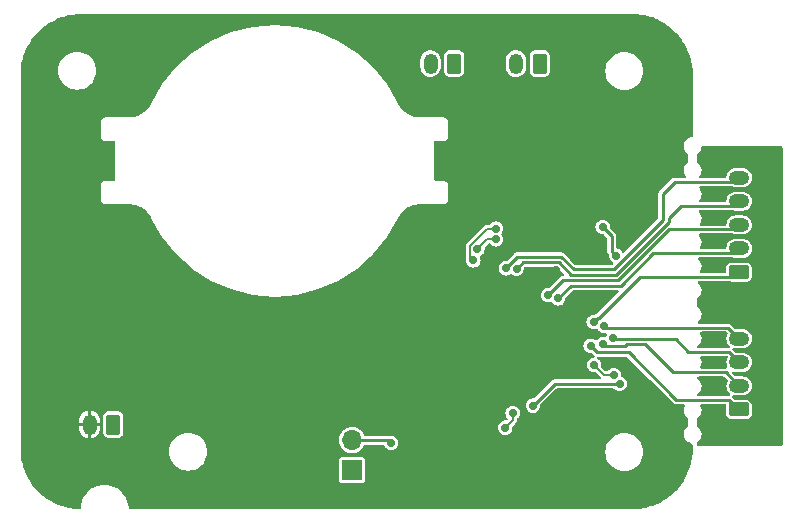
<source format=gbr>
%TF.GenerationSoftware,KiCad,Pcbnew,7.0.9*%
%TF.CreationDate,2023-12-30T14:39:03-07:00*%
%TF.ProjectId,ElephantR9,456c6570-6861-46e7-9452-392e6b696361,rev?*%
%TF.SameCoordinates,Original*%
%TF.FileFunction,Copper,L2,Bot*%
%TF.FilePolarity,Positive*%
%FSLAX46Y46*%
G04 Gerber Fmt 4.6, Leading zero omitted, Abs format (unit mm)*
G04 Created by KiCad (PCBNEW 7.0.9) date 2023-12-30 14:39:03*
%MOMM*%
%LPD*%
G01*
G04 APERTURE LIST*
G04 Aperture macros list*
%AMRoundRect*
0 Rectangle with rounded corners*
0 $1 Rounding radius*
0 $2 $3 $4 $5 $6 $7 $8 $9 X,Y pos of 4 corners*
0 Add a 4 corners polygon primitive as box body*
4,1,4,$2,$3,$4,$5,$6,$7,$8,$9,$2,$3,0*
0 Add four circle primitives for the rounded corners*
1,1,$1+$1,$2,$3*
1,1,$1+$1,$4,$5*
1,1,$1+$1,$6,$7*
1,1,$1+$1,$8,$9*
0 Add four rect primitives between the rounded corners*
20,1,$1+$1,$2,$3,$4,$5,0*
20,1,$1+$1,$4,$5,$6,$7,0*
20,1,$1+$1,$6,$7,$8,$9,0*
20,1,$1+$1,$8,$9,$2,$3,0*%
G04 Aperture macros list end*
%TA.AperFunction,ComponentPad*%
%ADD10O,1.750000X1.200000*%
%TD*%
%TA.AperFunction,ComponentPad*%
%ADD11RoundRect,0.250000X0.625000X-0.350000X0.625000X0.350000X-0.625000X0.350000X-0.625000X-0.350000X0*%
%TD*%
%TA.AperFunction,ComponentPad*%
%ADD12R,1.700000X1.700000*%
%TD*%
%TA.AperFunction,ComponentPad*%
%ADD13O,1.700000X1.700000*%
%TD*%
%TA.AperFunction,ComponentPad*%
%ADD14RoundRect,0.250000X0.350000X0.625000X-0.350000X0.625000X-0.350000X-0.625000X0.350000X-0.625000X0*%
%TD*%
%TA.AperFunction,ComponentPad*%
%ADD15O,1.200000X1.750000*%
%TD*%
%TA.AperFunction,ViaPad*%
%ADD16C,0.711200*%
%TD*%
%TA.AperFunction,ViaPad*%
%ADD17C,0.800000*%
%TD*%
%TA.AperFunction,Conductor*%
%ADD18C,0.203200*%
%TD*%
%TA.AperFunction,Conductor*%
%ADD19C,0.254000*%
%TD*%
%TA.AperFunction,Conductor*%
%ADD20C,0.152400*%
%TD*%
G04 APERTURE END LIST*
D10*
%TO.P,J2,5,Pin_5*%
%TO.N,/jtrst*%
X78359000Y-30608000D03*
%TO.P,J2,4,Pin_4*%
%TO.N,/jtdo-swo*%
X78359000Y-32608000D03*
%TO.P,J2,3,Pin_3*%
%TO.N,/jtdi*%
X78359000Y-34608000D03*
%TO.P,J2,2,Pin_2*%
%TO.N,/jtck_swclk*%
X78359000Y-36608000D03*
D11*
%TO.P,J2,1,Pin_1*%
%TO.N,/jtms_swdio*%
X78359000Y-38608000D03*
%TD*%
%TO.P,J1,1,Pin_1*%
%TO.N,/uart_tx*%
X78359000Y-50244000D03*
D10*
%TO.P,J1,2,Pin_2*%
%TO.N,/uart_rx*%
X78359000Y-48244000D03*
%TO.P,J1,3,Pin_3*%
%TO.N,/uart_cts*%
X78359000Y-46244000D03*
%TO.P,J1,4,Pin_4*%
%TO.N,/uart_rts*%
X78359000Y-44244000D03*
%TD*%
D12*
%TO.P,SW1,1,A*%
%TO.N,Net-(SW1-A)*%
X45593000Y-55372000D03*
D13*
%TO.P,SW1,2,B*%
%TO.N,/sw_tilt*%
X45593000Y-52832000D03*
%TD*%
D14*
%TO.P,LS2,1,1*%
%TO.N,Net-(C11-Pad1)*%
X61468000Y-20955000D03*
D15*
%TO.P,LS2,2,2*%
%TO.N,Net-(C7-Pad1)*%
X59468000Y-20955000D03*
%TD*%
%TO.P,LS1,2,2*%
%TO.N,Net-(C6-Pad1)*%
X52229000Y-20955000D03*
D14*
%TO.P,LS1,1,1*%
%TO.N,Net-(C5-Pad1)*%
X54229000Y-20955000D03*
%TD*%
%TO.P,BT1,1,+*%
%TO.N,+9V*%
X25363898Y-51525898D03*
D15*
%TO.P,BT1,2,-*%
%TO.N,GND*%
X23363898Y-51525898D03*
%TD*%
D16*
%TO.N,/pwr_aud*%
X60893319Y-49909064D03*
%TO.N,GND*%
X50932505Y-40834163D03*
%TO.N,/uart_rx*%
X66802000Y-44704000D03*
%TO.N,/uart_tx*%
X65786000Y-44842700D03*
%TO.N,GND*%
X23622000Y-33274000D03*
%TO.N,/pwr_aud*%
X67945000Y-37211000D03*
%TO.N,GND*%
X54356000Y-45974000D03*
X63016500Y-32028500D03*
X62230000Y-30988000D03*
X60198000Y-25914900D03*
X60248800Y-28549600D03*
X58779300Y-33655000D03*
X69850000Y-30607000D03*
X67348901Y-28201100D03*
X67310000Y-25999900D03*
X65786000Y-32258000D03*
%TO.N,/pwr_aud*%
X66802000Y-34798000D03*
%TO.N,/jtck_swclk*%
X63038423Y-40847476D03*
%TO.N,/jtdi*%
X62171289Y-40569164D03*
%TO.N,/jtdo-swo*%
X59510284Y-38319864D03*
%TO.N,/jtrst*%
X58599833Y-38298500D03*
%TO.N,GND*%
X65405000Y-41783000D03*
%TO.N,/jtms_swdio*%
X66040000Y-42841412D03*
%TO.N,/uart_rts*%
X66949107Y-43194270D03*
%TO.N,/uart_cts*%
X67706807Y-44205652D03*
%TO.N,/pwr_aud*%
X68241342Y-48072379D03*
%TO.N,/I2C_SCL*%
X57785000Y-35835703D03*
X56206094Y-36662300D03*
%TO.N,/I2C_SDA*%
X55862196Y-37623494D03*
X57785000Y-34925000D03*
%TO.N,/I2S_data*%
X67751581Y-47304581D03*
X66061703Y-46458200D03*
%TO.N,GND*%
X56721400Y-37925400D03*
X64770000Y-37592000D03*
X62819959Y-38463253D03*
X55981600Y-56286400D03*
%TO.N,/spi1_miso*%
X58558085Y-51779515D03*
X59182000Y-50546000D03*
%TO.N,/sw_tilt*%
X48895000Y-53086000D03*
%TO.N,GND*%
X43626498Y-46953898D03*
X40476898Y-51017898D03*
X40222898Y-44032898D03*
D17*
X49558900Y-40668900D03*
D16*
X37922500Y-51511500D03*
X37078000Y-47974000D03*
D17*
X47371000Y-46863000D03*
%TD*%
D18*
%TO.N,/spi1_miso*%
X58558085Y-51779515D02*
X59182000Y-51155600D01*
X59182000Y-51155600D02*
X59182000Y-50546000D01*
D19*
%TO.N,/pwr_aud*%
X60893319Y-49909064D02*
X62730004Y-48072379D01*
X62730004Y-48072379D02*
X68241342Y-48072379D01*
%TO.N,/jtdo-swo*%
X63102349Y-37780299D02*
X64165050Y-38843000D01*
X60049849Y-37780299D02*
X63102349Y-37780299D01*
X72390000Y-34373395D02*
X72390000Y-34036000D01*
X59510284Y-38319864D02*
X60049849Y-37780299D01*
%TO.N,/jtms_swdio*%
X69962000Y-39004000D02*
X77963000Y-39004000D01*
%TO.N,/jtrst*%
X77963000Y-31004000D02*
X78359000Y-30608000D01*
%TO.N,/jtck_swclk*%
X63038423Y-40847476D02*
X64134899Y-39751000D01*
X71080052Y-37004000D02*
X77963000Y-37004000D01*
%TO.N,/jtrst*%
X71882000Y-32004000D02*
X72898000Y-30988000D01*
X71882000Y-34239343D02*
X71882000Y-32004000D01*
%TO.N,/jtdo-swo*%
X67920395Y-38843000D02*
X72390000Y-34373395D01*
%TO.N,/jtrst*%
X63290402Y-37326299D02*
X64353102Y-38389000D01*
X64353102Y-38389000D02*
X67732343Y-38389000D01*
%TO.N,/jtms_swdio*%
X66040000Y-42841412D02*
X66369742Y-42511670D01*
%TO.N,/jtdo-swo*%
X72390000Y-34036000D02*
X73422000Y-33004000D01*
%TO.N,/jtrst*%
X58599833Y-38264972D02*
X59538506Y-37326299D01*
%TO.N,/jtdo-swo*%
X64165050Y-38843000D02*
X67920395Y-38843000D01*
%TO.N,/jtrst*%
X72914000Y-31004000D02*
X77963000Y-31004000D01*
%TO.N,/jtck_swclk*%
X64134899Y-39751000D02*
X68333052Y-39751000D01*
%TO.N,/jtrst*%
X67732343Y-38389000D02*
X71882000Y-34239343D01*
%TO.N,/jtms_swdio*%
X66454330Y-42511670D02*
X69962000Y-39004000D01*
%TO.N,/jtrst*%
X72898000Y-30988000D02*
X72914000Y-31004000D01*
X59538506Y-37326299D02*
X63290402Y-37326299D01*
%TO.N,/jtdi*%
X68145000Y-39297000D02*
X72438000Y-35004000D01*
%TO.N,/jtdo-swo*%
X73422000Y-33004000D02*
X77963000Y-33004000D01*
%TO.N,/jtrst*%
X58599833Y-38298500D02*
X58599833Y-38264972D01*
%TO.N,/jtck_swclk*%
X68333052Y-39751000D02*
X71080052Y-37004000D01*
%TO.N,/jtms_swdio*%
X77963000Y-39004000D02*
X78359000Y-38608000D01*
%TO.N,/jtdo-swo*%
X77963000Y-33004000D02*
X78359000Y-32608000D01*
%TO.N,/jtdi*%
X62171289Y-40569164D02*
X63443453Y-39297000D01*
X63443453Y-39297000D02*
X68145000Y-39297000D01*
X72438000Y-35004000D02*
X77963000Y-35004000D01*
X77963000Y-35004000D02*
X78359000Y-34608000D01*
%TO.N,/jtck_swclk*%
X77963000Y-37004000D02*
X78359000Y-36608000D01*
%TO.N,/jtms_swdio*%
X66369742Y-42511670D02*
X66454330Y-42511670D01*
%TO.N,/uart_tx*%
X77530000Y-49415000D02*
X78359000Y-50244000D01*
%TO.N,/uart_cts*%
X74058735Y-45351000D02*
X77466000Y-45351000D01*
%TO.N,/uart_tx*%
X66329900Y-45386600D02*
X69008600Y-45386600D01*
X73037000Y-49415000D02*
X77530000Y-49415000D01*
X65786000Y-44842700D02*
X66329900Y-45386600D01*
%TO.N,/uart_cts*%
X72978950Y-44271215D02*
X74058735Y-45351000D01*
%TO.N,/uart_rx*%
X68834000Y-44725215D02*
X70358000Y-44725215D01*
X70358000Y-44725215D02*
X72737785Y-47105000D01*
%TO.N,/uart_tx*%
X69008600Y-45386600D02*
X73037000Y-49415000D01*
%TO.N,/uart_cts*%
X77466000Y-45351000D02*
X78359000Y-46244000D01*
%TO.N,/uart_rx*%
X66802000Y-44704000D02*
X66986252Y-44888252D01*
X66986252Y-44888252D02*
X68670963Y-44888252D01*
X68670963Y-44888252D02*
X68834000Y-44725215D01*
X72737785Y-47105000D02*
X77220000Y-47105000D01*
X77220000Y-47105000D02*
X78359000Y-48244000D01*
%TO.N,/uart_cts*%
X67706807Y-44205652D02*
X67772370Y-44271215D01*
X67772370Y-44271215D02*
X72978950Y-44271215D01*
%TO.N,/uart_rts*%
X70358000Y-43307000D02*
X77422000Y-43307000D01*
X77422000Y-43307000D02*
X78359000Y-44244000D01*
X67061837Y-43307000D02*
X70358000Y-43307000D01*
X66949107Y-43194270D02*
X67061837Y-43307000D01*
%TO.N,/pwr_aud*%
X67564000Y-36830000D02*
X67945000Y-37211000D01*
X66802000Y-34798000D02*
X67564000Y-35560000D01*
X67564000Y-35560000D02*
X67564000Y-36830000D01*
D20*
%TO.N,/I2C_SDA*%
X55862196Y-37623494D02*
X55574294Y-37335592D01*
X55574294Y-37335592D02*
X55574294Y-36400599D01*
X55574294Y-36400599D02*
X57049893Y-34925000D01*
X57049893Y-34925000D02*
X57785000Y-34925000D01*
%TO.N,/I2C_SCL*%
X57785000Y-35835703D02*
X57032691Y-35835703D01*
X57032691Y-35835703D02*
X56206094Y-36662300D01*
%TO.N,/I2S_data*%
X67751581Y-47304581D02*
X66908084Y-47304581D01*
X66908084Y-47304581D02*
X66061703Y-46458200D01*
D19*
%TO.N,/sw_tilt*%
X48895000Y-53086000D02*
X48641000Y-52832000D01*
X48641000Y-52832000D02*
X45593000Y-52832000D01*
%TD*%
%TA.AperFunction,NonConductor*%
G36*
X77302023Y-43654185D02*
G01*
X77322665Y-43670819D01*
X77360876Y-43709030D01*
X77394361Y-43770353D01*
X77389377Y-43840045D01*
X77378189Y-43862682D01*
X77358209Y-43894479D01*
X77298633Y-44064737D01*
X77298630Y-44064750D01*
X77278435Y-44243996D01*
X77278435Y-44244003D01*
X77298630Y-44423249D01*
X77298631Y-44423254D01*
X77358211Y-44593523D01*
X77454184Y-44746262D01*
X77519741Y-44811819D01*
X77553226Y-44873142D01*
X77548242Y-44942834D01*
X77506370Y-44998767D01*
X77440906Y-45023184D01*
X77432060Y-45023500D01*
X74943800Y-45023500D01*
X74876761Y-45003815D01*
X74831006Y-44951011D01*
X74821062Y-44881853D01*
X74850087Y-44818297D01*
X74875662Y-44795899D01*
X74907696Y-44774830D01*
X75028092Y-44647218D01*
X75115812Y-44495281D01*
X75166130Y-44327210D01*
X75176331Y-44152065D01*
X75145865Y-43979289D01*
X75076377Y-43818196D01*
X75076376Y-43818195D01*
X75073516Y-43811564D01*
X75075347Y-43810774D01*
X75061235Y-43752597D01*
X75084088Y-43686571D01*
X75139010Y-43643381D01*
X75185094Y-43634500D01*
X77234984Y-43634500D01*
X77302023Y-43654185D01*
G37*
%TD.AperFunction*%
%TA.AperFunction,NonConductor*%
G36*
X77336597Y-45698185D02*
G01*
X77382352Y-45750989D01*
X77392296Y-45820147D01*
X77374552Y-45868469D01*
X77360800Y-45890356D01*
X77358209Y-45894481D01*
X77298633Y-46064737D01*
X77298630Y-46064750D01*
X77278435Y-46243996D01*
X77278435Y-46244003D01*
X77298630Y-46423249D01*
X77298631Y-46423254D01*
X77358210Y-46593521D01*
X77359195Y-46595565D01*
X77359434Y-46597017D01*
X77360511Y-46600095D01*
X77359972Y-46600283D01*
X77370549Y-46664506D01*
X77342828Y-46728641D01*
X77284834Y-46767609D01*
X77258288Y-46772898D01*
X77221645Y-46776105D01*
X77208396Y-46777264D01*
X77202996Y-46777500D01*
X75186122Y-46777500D01*
X75119083Y-46757815D01*
X75073328Y-46705011D01*
X75063384Y-46635853D01*
X75078734Y-46591502D01*
X75115812Y-46527281D01*
X75166130Y-46359210D01*
X75176331Y-46184065D01*
X75145865Y-46011289D01*
X75076987Y-45851612D01*
X75068510Y-45782260D01*
X75098873Y-45719333D01*
X75158437Y-45682810D01*
X75190847Y-45678500D01*
X77269558Y-45678500D01*
X77336597Y-45698185D01*
G37*
%TD.AperFunction*%
%TA.AperFunction,NonConductor*%
G36*
X77100023Y-47452185D02*
G01*
X77120665Y-47468819D01*
X77360875Y-47709030D01*
X77394360Y-47770353D01*
X77389376Y-47840045D01*
X77378190Y-47862680D01*
X77358209Y-47894481D01*
X77298633Y-48064737D01*
X77298630Y-48064750D01*
X77278435Y-48243996D01*
X77278435Y-48244003D01*
X77298630Y-48423249D01*
X77298631Y-48423254D01*
X77358211Y-48593523D01*
X77454184Y-48746262D01*
X77583741Y-48875819D01*
X77617226Y-48937142D01*
X77612242Y-49006834D01*
X77570370Y-49062767D01*
X77504906Y-49087184D01*
X77496060Y-49087500D01*
X74943800Y-49087500D01*
X74876761Y-49067815D01*
X74831006Y-49015011D01*
X74821062Y-48945853D01*
X74850087Y-48882297D01*
X74875662Y-48859899D01*
X74907696Y-48838830D01*
X75028092Y-48711218D01*
X75115812Y-48559281D01*
X75166130Y-48391210D01*
X75176331Y-48216065D01*
X75145865Y-48043289D01*
X75076377Y-47882196D01*
X74971610Y-47741470D01*
X74864374Y-47651488D01*
X74825673Y-47593318D01*
X74824565Y-47523457D01*
X74861402Y-47464087D01*
X74924489Y-47434058D01*
X74944081Y-47432500D01*
X77032984Y-47432500D01*
X77100023Y-47452185D01*
G37*
%TD.AperFunction*%
%TA.AperFunction,NonConductor*%
G36*
X81984539Y-27960185D02*
G01*
X82030294Y-28012989D01*
X82041500Y-28064500D01*
X82041500Y-53215500D01*
X82021815Y-53282539D01*
X81969011Y-53328294D01*
X81917500Y-53339500D01*
X74927000Y-53339500D01*
X74859961Y-53319815D01*
X74814206Y-53267011D01*
X74803000Y-53215500D01*
X74803000Y-53038549D01*
X74822685Y-52971510D01*
X74858859Y-52934950D01*
X74907696Y-52902830D01*
X75028092Y-52775218D01*
X75115812Y-52623281D01*
X75166130Y-52455210D01*
X75176331Y-52280065D01*
X75145865Y-52107289D01*
X75076377Y-51946196D01*
X74971610Y-51805470D01*
X74971609Y-51805469D01*
X74847294Y-51701155D01*
X74808592Y-51642983D01*
X74803000Y-51606166D01*
X74803000Y-51006549D01*
X74822685Y-50939510D01*
X74858859Y-50902950D01*
X74907696Y-50870830D01*
X75028092Y-50743218D01*
X75115812Y-50591281D01*
X75166130Y-50423210D01*
X75176331Y-50248065D01*
X75145865Y-50075289D01*
X75076987Y-49915612D01*
X75068510Y-49846260D01*
X75098873Y-49783333D01*
X75158437Y-49746810D01*
X75190847Y-49742500D01*
X77159500Y-49742500D01*
X77226539Y-49762185D01*
X77272294Y-49814989D01*
X77283500Y-49866500D01*
X77283500Y-50648269D01*
X77286353Y-50678699D01*
X77286353Y-50678701D01*
X77331206Y-50806880D01*
X77331207Y-50806882D01*
X77411850Y-50916150D01*
X77521118Y-50996793D01*
X77563845Y-51011744D01*
X77649299Y-51041646D01*
X77679730Y-51044500D01*
X77679734Y-51044500D01*
X79038270Y-51044500D01*
X79068699Y-51041646D01*
X79068701Y-51041646D01*
X79132790Y-51019219D01*
X79196882Y-50996793D01*
X79306150Y-50916150D01*
X79386793Y-50806882D01*
X79409219Y-50742790D01*
X79431646Y-50678701D01*
X79431646Y-50678699D01*
X79434500Y-50648269D01*
X79434500Y-49839730D01*
X79431646Y-49809300D01*
X79431646Y-49809298D01*
X79386793Y-49681119D01*
X79386792Y-49681117D01*
X79378403Y-49669750D01*
X79306150Y-49571850D01*
X79196882Y-49491207D01*
X79196880Y-49491206D01*
X79068700Y-49446353D01*
X79038270Y-49443500D01*
X79038266Y-49443500D01*
X78073016Y-49443500D01*
X78005977Y-49423815D01*
X77985335Y-49407181D01*
X77820359Y-49242205D01*
X77786874Y-49180882D01*
X77791858Y-49111190D01*
X77833730Y-49055257D01*
X77899194Y-49030840D01*
X77921923Y-49031304D01*
X78004993Y-49040663D01*
X78039040Y-49044499D01*
X78039043Y-49044500D01*
X78039046Y-49044500D01*
X78678957Y-49044500D01*
X78678958Y-49044499D01*
X78746104Y-49036934D01*
X78813249Y-49029369D01*
X78813252Y-49029368D01*
X78813255Y-49029368D01*
X78983522Y-48969789D01*
X79136262Y-48873816D01*
X79263816Y-48746262D01*
X79359789Y-48593522D01*
X79419368Y-48423255D01*
X79439565Y-48244000D01*
X79426584Y-48128790D01*
X79419369Y-48064750D01*
X79419368Y-48064745D01*
X79411860Y-48043289D01*
X79359789Y-47894478D01*
X79263816Y-47741738D01*
X79136262Y-47614184D01*
X79089439Y-47584763D01*
X78983523Y-47518211D01*
X78813254Y-47458631D01*
X78813249Y-47458630D01*
X78678960Y-47443500D01*
X78678954Y-47443500D01*
X78073016Y-47443500D01*
X78005977Y-47423815D01*
X77985335Y-47407181D01*
X77820359Y-47242205D01*
X77786874Y-47180882D01*
X77791858Y-47111190D01*
X77833730Y-47055257D01*
X77899194Y-47030840D01*
X77921923Y-47031304D01*
X78004993Y-47040663D01*
X78039040Y-47044499D01*
X78039043Y-47044500D01*
X78039046Y-47044500D01*
X78678957Y-47044500D01*
X78678958Y-47044499D01*
X78746104Y-47036934D01*
X78813249Y-47029369D01*
X78813252Y-47029368D01*
X78813255Y-47029368D01*
X78983522Y-46969789D01*
X79136262Y-46873816D01*
X79263816Y-46746262D01*
X79359789Y-46593522D01*
X79419368Y-46423255D01*
X79439565Y-46244000D01*
X79419368Y-46064745D01*
X79359789Y-45894478D01*
X79263816Y-45741738D01*
X79136262Y-45614184D01*
X79122839Y-45605750D01*
X78983523Y-45518211D01*
X78813254Y-45458631D01*
X78813249Y-45458630D01*
X78678960Y-45443500D01*
X78678954Y-45443500D01*
X78073016Y-45443500D01*
X78005977Y-45423815D01*
X77985335Y-45407181D01*
X77820359Y-45242205D01*
X77786874Y-45180882D01*
X77791858Y-45111190D01*
X77833730Y-45055257D01*
X77899194Y-45030840D01*
X77921923Y-45031304D01*
X78004993Y-45040663D01*
X78039040Y-45044499D01*
X78039043Y-45044500D01*
X78039046Y-45044500D01*
X78678957Y-45044500D01*
X78678958Y-45044499D01*
X78746104Y-45036934D01*
X78813249Y-45029369D01*
X78813252Y-45029368D01*
X78813255Y-45029368D01*
X78983522Y-44969789D01*
X79136262Y-44873816D01*
X79263816Y-44746262D01*
X79359789Y-44593522D01*
X79419368Y-44423255D01*
X79439565Y-44244000D01*
X79419373Y-44064790D01*
X79419369Y-44064750D01*
X79419368Y-44064745D01*
X79359788Y-43894476D01*
X79270639Y-43752597D01*
X79263816Y-43741738D01*
X79136262Y-43614184D01*
X79052814Y-43561750D01*
X78983523Y-43518211D01*
X78813254Y-43458631D01*
X78813249Y-43458630D01*
X78678960Y-43443500D01*
X78678954Y-43443500D01*
X78073016Y-43443500D01*
X78005977Y-43423815D01*
X77985335Y-43407181D01*
X77827407Y-43249253D01*
X77665596Y-43087442D01*
X77661951Y-43083463D01*
X77635761Y-43052251D01*
X77635757Y-43052247D01*
X77600478Y-43031879D01*
X77595914Y-43028972D01*
X77562544Y-43005606D01*
X77557959Y-43003468D01*
X77540491Y-42996232D01*
X77535740Y-42994503D01*
X77495618Y-42987428D01*
X77490335Y-42986257D01*
X77450981Y-42975712D01*
X77414891Y-42978871D01*
X77410398Y-42979264D01*
X77404995Y-42979500D01*
X74962046Y-42979500D01*
X74895007Y-42959815D01*
X74849252Y-42907011D01*
X74839308Y-42837853D01*
X74868333Y-42774297D01*
X74893906Y-42751900D01*
X74896176Y-42750406D01*
X74907696Y-42742830D01*
X75028092Y-42615218D01*
X75115812Y-42463281D01*
X75166130Y-42295210D01*
X75176331Y-42120065D01*
X75145865Y-41947289D01*
X75076377Y-41786196D01*
X74971610Y-41645470D01*
X74971609Y-41645469D01*
X74847294Y-41541155D01*
X74808592Y-41482983D01*
X74803000Y-41446166D01*
X74803000Y-40846549D01*
X74822685Y-40779510D01*
X74858859Y-40742950D01*
X74907696Y-40710830D01*
X75028092Y-40583218D01*
X75115812Y-40431281D01*
X75166130Y-40263210D01*
X75176331Y-40088065D01*
X75145865Y-39915289D01*
X75076377Y-39754196D01*
X74971610Y-39613470D01*
X74971609Y-39613469D01*
X74896553Y-39550489D01*
X74857851Y-39492317D01*
X74856743Y-39422457D01*
X74893580Y-39363087D01*
X74956668Y-39333057D01*
X74976259Y-39331500D01*
X77440624Y-39331500D01*
X77507663Y-39351185D01*
X77514248Y-39355723D01*
X77521118Y-39360793D01*
X77649301Y-39405646D01*
X77659445Y-39406597D01*
X77679730Y-39408500D01*
X77679734Y-39408500D01*
X79038270Y-39408500D01*
X79068699Y-39405646D01*
X79068701Y-39405646D01*
X79132790Y-39383219D01*
X79196882Y-39360793D01*
X79306150Y-39280150D01*
X79386793Y-39170882D01*
X79424981Y-39061747D01*
X79431646Y-39042701D01*
X79431646Y-39042699D01*
X79434500Y-39012269D01*
X79434500Y-38203730D01*
X79431646Y-38173300D01*
X79431646Y-38173298D01*
X79398006Y-38077163D01*
X79386793Y-38045118D01*
X79306150Y-37935850D01*
X79196882Y-37855207D01*
X79196880Y-37855206D01*
X79068700Y-37810353D01*
X79038270Y-37807500D01*
X79038266Y-37807500D01*
X77679734Y-37807500D01*
X77679730Y-37807500D01*
X77649300Y-37810353D01*
X77649298Y-37810353D01*
X77521119Y-37855206D01*
X77521117Y-37855207D01*
X77411850Y-37935850D01*
X77331207Y-38045117D01*
X77331206Y-38045119D01*
X77286353Y-38173298D01*
X77286353Y-38173300D01*
X77283500Y-38203730D01*
X77283500Y-38552500D01*
X77263815Y-38619539D01*
X77211011Y-38665294D01*
X77159500Y-38676500D01*
X75170534Y-38676500D01*
X75103495Y-38656815D01*
X75057740Y-38604011D01*
X75047796Y-38534853D01*
X75063147Y-38490501D01*
X75081534Y-38458651D01*
X75115812Y-38399281D01*
X75166130Y-38231210D01*
X75176331Y-38056065D01*
X75145865Y-37883289D01*
X75076377Y-37722196D01*
X74971610Y-37581470D01*
X74934688Y-37550488D01*
X74895986Y-37492318D01*
X74894878Y-37422457D01*
X74931714Y-37363087D01*
X74994802Y-37333058D01*
X75014394Y-37331500D01*
X77706867Y-37331500D01*
X77747822Y-37338459D01*
X77904737Y-37393366D01*
X77904743Y-37393367D01*
X77904745Y-37393368D01*
X77904746Y-37393368D01*
X77904750Y-37393369D01*
X77995246Y-37403565D01*
X78039040Y-37408499D01*
X78039043Y-37408500D01*
X78039046Y-37408500D01*
X78678957Y-37408500D01*
X78678958Y-37408499D01*
X78746104Y-37400934D01*
X78813249Y-37393369D01*
X78813252Y-37393368D01*
X78813255Y-37393368D01*
X78983522Y-37333789D01*
X79136262Y-37237816D01*
X79263816Y-37110262D01*
X79359789Y-36957522D01*
X79419368Y-36787255D01*
X79435190Y-36646830D01*
X79439565Y-36608003D01*
X79439565Y-36607996D01*
X79419369Y-36428750D01*
X79419368Y-36428745D01*
X79359788Y-36258476D01*
X79320582Y-36196080D01*
X79263816Y-36105738D01*
X79136262Y-35978184D01*
X79070384Y-35936790D01*
X78983523Y-35882211D01*
X78813254Y-35822631D01*
X78813249Y-35822630D01*
X78678960Y-35807500D01*
X78678954Y-35807500D01*
X78039046Y-35807500D01*
X78039039Y-35807500D01*
X77904750Y-35822630D01*
X77904745Y-35822631D01*
X77734476Y-35882211D01*
X77581737Y-35978184D01*
X77454184Y-36105737D01*
X77358211Y-36258476D01*
X77298631Y-36428745D01*
X77298630Y-36428750D01*
X77283124Y-36566383D01*
X77256058Y-36630797D01*
X77198463Y-36670352D01*
X77159904Y-36676500D01*
X75152059Y-36676500D01*
X75085020Y-36656815D01*
X75039265Y-36604011D01*
X75029321Y-36534853D01*
X75044672Y-36490501D01*
X75080326Y-36428745D01*
X75115812Y-36367281D01*
X75166130Y-36199210D01*
X75176331Y-36024065D01*
X75145865Y-35851289D01*
X75076377Y-35690196D01*
X74971610Y-35549470D01*
X74971608Y-35549468D01*
X74966654Y-35544217D01*
X74967881Y-35543059D01*
X74934123Y-35492322D01*
X74933013Y-35422461D01*
X74969848Y-35363090D01*
X75032934Y-35333058D01*
X75052530Y-35331500D01*
X77706867Y-35331500D01*
X77747822Y-35338459D01*
X77904737Y-35393366D01*
X77904743Y-35393367D01*
X77904745Y-35393368D01*
X77904746Y-35393368D01*
X77904750Y-35393369D01*
X77995246Y-35403565D01*
X78039040Y-35408499D01*
X78039043Y-35408500D01*
X78039046Y-35408500D01*
X78678957Y-35408500D01*
X78678958Y-35408499D01*
X78746104Y-35400934D01*
X78813249Y-35393369D01*
X78813252Y-35393368D01*
X78813255Y-35393368D01*
X78983522Y-35333789D01*
X79136262Y-35237816D01*
X79263816Y-35110262D01*
X79359789Y-34957522D01*
X79419368Y-34787255D01*
X79432540Y-34670352D01*
X79439565Y-34608003D01*
X79439565Y-34607996D01*
X79419369Y-34428750D01*
X79419368Y-34428745D01*
X79386664Y-34335282D01*
X79359789Y-34258478D01*
X79356165Y-34252711D01*
X79263815Y-34105737D01*
X79136262Y-33978184D01*
X78983523Y-33882211D01*
X78813254Y-33822631D01*
X78813249Y-33822630D01*
X78678960Y-33807500D01*
X78678954Y-33807500D01*
X78039046Y-33807500D01*
X78039039Y-33807500D01*
X77904750Y-33822630D01*
X77904745Y-33822631D01*
X77734476Y-33882211D01*
X77581737Y-33978184D01*
X77454184Y-34105737D01*
X77358211Y-34258476D01*
X77298631Y-34428745D01*
X77298630Y-34428750D01*
X77283124Y-34566383D01*
X77256058Y-34630797D01*
X77198463Y-34670352D01*
X77159904Y-34676500D01*
X75133584Y-34676500D01*
X75066545Y-34656815D01*
X75020790Y-34604011D01*
X75010846Y-34534853D01*
X75026197Y-34490501D01*
X75070477Y-34413804D01*
X75115812Y-34335281D01*
X75166130Y-34167210D01*
X75176331Y-33992065D01*
X75145865Y-33819289D01*
X75076377Y-33658196D01*
X74980602Y-33529548D01*
X74956358Y-33464019D01*
X74971390Y-33395786D01*
X75020926Y-33346511D01*
X75080065Y-33331500D01*
X77706867Y-33331500D01*
X77747822Y-33338459D01*
X77904737Y-33393366D01*
X77904743Y-33393367D01*
X77904745Y-33393368D01*
X77904746Y-33393368D01*
X77904750Y-33393369D01*
X77995246Y-33403565D01*
X78039040Y-33408499D01*
X78039043Y-33408500D01*
X78039046Y-33408500D01*
X78678957Y-33408500D01*
X78678958Y-33408499D01*
X78746104Y-33400934D01*
X78813249Y-33393369D01*
X78813252Y-33393368D01*
X78813255Y-33393368D01*
X78983522Y-33333789D01*
X79136262Y-33237816D01*
X79263816Y-33110262D01*
X79359789Y-32957522D01*
X79419368Y-32787255D01*
X79436489Y-32635302D01*
X79439565Y-32608003D01*
X79439565Y-32607996D01*
X79419369Y-32428750D01*
X79419368Y-32428745D01*
X79359788Y-32258476D01*
X79320582Y-32196080D01*
X79263816Y-32105738D01*
X79136262Y-31978184D01*
X79107426Y-31960065D01*
X78983523Y-31882211D01*
X78813254Y-31822631D01*
X78813249Y-31822630D01*
X78678960Y-31807500D01*
X78678954Y-31807500D01*
X78039046Y-31807500D01*
X78039039Y-31807500D01*
X77904750Y-31822630D01*
X77904745Y-31822631D01*
X77734476Y-31882211D01*
X77581737Y-31978184D01*
X77454184Y-32105737D01*
X77358211Y-32258476D01*
X77298631Y-32428745D01*
X77298630Y-32428750D01*
X77283124Y-32566383D01*
X77256058Y-32630797D01*
X77198463Y-32670352D01*
X77159904Y-32676500D01*
X75106788Y-32676500D01*
X75039749Y-32656815D01*
X74993994Y-32604011D01*
X74984050Y-32534853D01*
X75013075Y-32471297D01*
X75016594Y-32467405D01*
X75028092Y-32455218D01*
X75115812Y-32303281D01*
X75166130Y-32135210D01*
X75176331Y-31960065D01*
X75145865Y-31787289D01*
X75076377Y-31626196D01*
X75004425Y-31529548D01*
X74980181Y-31464019D01*
X74995213Y-31395786D01*
X75044749Y-31346511D01*
X75103888Y-31331500D01*
X77706867Y-31331500D01*
X77747822Y-31338459D01*
X77904737Y-31393366D01*
X77904743Y-31393367D01*
X77904745Y-31393368D01*
X77904746Y-31393368D01*
X77904750Y-31393369D01*
X77995246Y-31403565D01*
X78039040Y-31408499D01*
X78039043Y-31408500D01*
X78039046Y-31408500D01*
X78678957Y-31408500D01*
X78678958Y-31408499D01*
X78746104Y-31400934D01*
X78813249Y-31393369D01*
X78813252Y-31393368D01*
X78813255Y-31393368D01*
X78983522Y-31333789D01*
X79136262Y-31237816D01*
X79263816Y-31110262D01*
X79359789Y-30957522D01*
X79419368Y-30787255D01*
X79435144Y-30647237D01*
X79439565Y-30608003D01*
X79439565Y-30607996D01*
X79419369Y-30428750D01*
X79419368Y-30428745D01*
X79359788Y-30258476D01*
X79263815Y-30105737D01*
X79136262Y-29978184D01*
X78983523Y-29882211D01*
X78813254Y-29822631D01*
X78813249Y-29822630D01*
X78678960Y-29807500D01*
X78678954Y-29807500D01*
X78039046Y-29807500D01*
X78039039Y-29807500D01*
X77904750Y-29822630D01*
X77904745Y-29822631D01*
X77734476Y-29882211D01*
X77581737Y-29978184D01*
X77454184Y-30105737D01*
X77358211Y-30258476D01*
X77298631Y-30428745D01*
X77298630Y-30428750D01*
X77283124Y-30566383D01*
X77256058Y-30630797D01*
X77198463Y-30670352D01*
X77159904Y-30676500D01*
X75076597Y-30676500D01*
X75009558Y-30656815D01*
X74963803Y-30604011D01*
X74953859Y-30534853D01*
X74982884Y-30471297D01*
X74986388Y-30467420D01*
X75028092Y-30423218D01*
X75115812Y-30271281D01*
X75166130Y-30103210D01*
X75176331Y-29928065D01*
X75145865Y-29755289D01*
X75076377Y-29594196D01*
X74971610Y-29453470D01*
X74971609Y-29453469D01*
X74847294Y-29349155D01*
X74808592Y-29290983D01*
X74803000Y-29254166D01*
X74803000Y-28654549D01*
X74822685Y-28587510D01*
X74858859Y-28550950D01*
X74907696Y-28518830D01*
X75028092Y-28391218D01*
X75115812Y-28239281D01*
X75166130Y-28071210D01*
X75166941Y-28057288D01*
X75190491Y-27991507D01*
X75245867Y-27948901D01*
X75290731Y-27940500D01*
X81917500Y-27940500D01*
X81984539Y-27960185D01*
G37*
%TD.AperFunction*%
%TA.AperFunction,Conductor*%
%TO.N,GND*%
G36*
X69570490Y-16773456D02*
G01*
X69777186Y-16782483D01*
X69781098Y-16782811D01*
X69998984Y-16809970D01*
X70166149Y-16831978D01*
X70205235Y-16837124D01*
X70208933Y-16837754D01*
X70232057Y-16842602D01*
X70423980Y-16882844D01*
X70627140Y-16927884D01*
X70630441Y-16928741D01*
X70834835Y-16989591D01*
X70841134Y-16991467D01*
X71039686Y-17054071D01*
X71042796Y-17055166D01*
X71247632Y-17135093D01*
X71287522Y-17151615D01*
X71440091Y-17214811D01*
X71442841Y-17216051D01*
X71640501Y-17312681D01*
X71825372Y-17408920D01*
X71827824Y-17410287D01*
X72016887Y-17522944D01*
X72192795Y-17635010D01*
X72194859Y-17636403D01*
X72374111Y-17764386D01*
X72502148Y-17862632D01*
X72539610Y-17891378D01*
X72541454Y-17892864D01*
X72596591Y-17939563D01*
X72709583Y-18035263D01*
X72864275Y-18177011D01*
X73020880Y-18333615D01*
X73162646Y-18488326D01*
X73305003Y-18656406D01*
X73306501Y-18658265D01*
X73433512Y-18823787D01*
X73561455Y-19002981D01*
X73562917Y-19005149D01*
X73674956Y-19181014D01*
X73787605Y-19370063D01*
X73788987Y-19372542D01*
X73885234Y-19557431D01*
X73911301Y-19610751D01*
X73981830Y-19755023D01*
X73983092Y-19757820D01*
X74062809Y-19950272D01*
X74142733Y-20155103D01*
X74143828Y-20158212D01*
X74206428Y-20356751D01*
X74269143Y-20567405D01*
X74270024Y-20570801D01*
X74270036Y-20570853D01*
X74315066Y-20773975D01*
X74360145Y-20988964D01*
X74360775Y-20992662D01*
X74387928Y-21198906D01*
X74415083Y-21416765D01*
X74415416Y-21420730D01*
X74424487Y-21628458D01*
X74433398Y-21843899D01*
X74433398Y-27094956D01*
X74414491Y-27153147D01*
X74364991Y-27189111D01*
X74345892Y-27193286D01*
X74247746Y-27204758D01*
X74247745Y-27204758D01*
X74082883Y-27264762D01*
X73936306Y-27361168D01*
X73936303Y-27361170D01*
X73815909Y-27488780D01*
X73815908Y-27488780D01*
X73728188Y-27640719D01*
X73677870Y-27808786D01*
X73677869Y-27808793D01*
X73667668Y-27983931D01*
X73698133Y-28156707D01*
X73767622Y-28317802D01*
X73767623Y-28317804D01*
X73872389Y-28458529D01*
X73872391Y-28458531D01*
X74006782Y-28571300D01*
X74006786Y-28571302D01*
X74011828Y-28573834D01*
X74055344Y-28616843D01*
X74066400Y-28662305D01*
X74066400Y-29254223D01*
X74047493Y-29312414D01*
X74021802Y-29336936D01*
X73936306Y-29393168D01*
X73936303Y-29393170D01*
X73815909Y-29520780D01*
X73815908Y-29520780D01*
X73728188Y-29672719D01*
X73677870Y-29840786D01*
X73677869Y-29840793D01*
X73667668Y-30015931D01*
X73698133Y-30188707D01*
X73767622Y-30349802D01*
X73767626Y-30349808D01*
X73855900Y-30468382D01*
X73875483Y-30526348D01*
X73857254Y-30584755D01*
X73808176Y-30621292D01*
X73776490Y-30626500D01*
X73023730Y-30626500D01*
X73003404Y-30624391D01*
X72992737Y-30622153D01*
X72988775Y-30621150D01*
X72945342Y-30608219D01*
X72945340Y-30608219D01*
X72941735Y-30608367D01*
X72917342Y-30606346D01*
X72913816Y-30605607D01*
X72913815Y-30605607D01*
X72868818Y-30611215D01*
X72864742Y-30611552D01*
X72861108Y-30611703D01*
X72819463Y-30613425D01*
X72819455Y-30613427D01*
X72816104Y-30614735D01*
X72792377Y-30620743D01*
X72788799Y-30621189D01*
X72788794Y-30621190D01*
X72748065Y-30641102D01*
X72744318Y-30642745D01*
X72712312Y-30655234D01*
X72702091Y-30659223D01*
X72702090Y-30659223D01*
X72702089Y-30659224D01*
X72702088Y-30659225D01*
X72699342Y-30661551D01*
X72678847Y-30674941D01*
X72675613Y-30676521D01*
X72675609Y-30676524D01*
X72643557Y-30708575D01*
X72640549Y-30711345D01*
X72605951Y-30740648D01*
X72605950Y-30740650D01*
X72604104Y-30743748D01*
X72589067Y-30763066D01*
X71650005Y-31702127D01*
X71634154Y-31714999D01*
X71622793Y-31722422D01*
X71622790Y-31722425D01*
X71600385Y-31751210D01*
X71596325Y-31755807D01*
X71592954Y-31759178D01*
X71592944Y-31759190D01*
X71579304Y-31778294D01*
X71545406Y-31821846D01*
X71541647Y-31828793D01*
X71538166Y-31835912D01*
X71522420Y-31888806D01*
X71504499Y-31941008D01*
X71503198Y-31948805D01*
X71502219Y-31956662D01*
X71504500Y-32011804D01*
X71504500Y-34041968D01*
X71485593Y-34100159D01*
X71475504Y-34111972D01*
X68640032Y-36947443D01*
X68585515Y-36975220D01*
X68525083Y-36965649D01*
X68481818Y-36922384D01*
X68478575Y-36915349D01*
X68474427Y-36905335D01*
X68377276Y-36778724D01*
X68250665Y-36681573D01*
X68250664Y-36681572D01*
X68103223Y-36620500D01*
X68027577Y-36610541D01*
X67972352Y-36584199D01*
X67943158Y-36530428D01*
X67941500Y-36512388D01*
X67941500Y-35609418D01*
X67943607Y-35589102D01*
X67946393Y-35575816D01*
X67941879Y-35539606D01*
X67941500Y-35533483D01*
X67941500Y-35528719D01*
X67939451Y-35516443D01*
X67937637Y-35505571D01*
X67930810Y-35450797D01*
X67930809Y-35450794D01*
X67928553Y-35443217D01*
X67925984Y-35435733D01*
X67910266Y-35406690D01*
X67899714Y-35387191D01*
X67875476Y-35337611D01*
X67875473Y-35337608D01*
X67870875Y-35331168D01*
X67866019Y-35324928D01*
X67825409Y-35287543D01*
X67635818Y-35097952D01*
X67438839Y-34900974D01*
X67411062Y-34846458D01*
X67410690Y-34818049D01*
X67413330Y-34798000D01*
X67392499Y-34639776D01*
X67331427Y-34492335D01*
X67234276Y-34365724D01*
X67234101Y-34365590D01*
X67107666Y-34268574D01*
X67107664Y-34268572D01*
X67003405Y-34225387D01*
X66960224Y-34207501D01*
X66960223Y-34207500D01*
X66960224Y-34207500D01*
X66802000Y-34186670D01*
X66643776Y-34207500D01*
X66496335Y-34268572D01*
X66496333Y-34268574D01*
X66369728Y-34365720D01*
X66369720Y-34365728D01*
X66272574Y-34492333D01*
X66272572Y-34492335D01*
X66211500Y-34639776D01*
X66190670Y-34797999D01*
X66190670Y-34798000D01*
X66211500Y-34956223D01*
X66272572Y-35103664D01*
X66272573Y-35103665D01*
X66369724Y-35230276D01*
X66496335Y-35327427D01*
X66643776Y-35388499D01*
X66643775Y-35388499D01*
X66667764Y-35391657D01*
X66802000Y-35409330D01*
X66822047Y-35406690D01*
X66882206Y-35417839D01*
X66904974Y-35434839D01*
X67157504Y-35687369D01*
X67185281Y-35741886D01*
X67186500Y-35757373D01*
X67186500Y-36780581D01*
X67184393Y-36800895D01*
X67181607Y-36814184D01*
X67182397Y-36820524D01*
X67186120Y-36850388D01*
X67186500Y-36856516D01*
X67186500Y-36861282D01*
X67190362Y-36884428D01*
X67197190Y-36939203D01*
X67199446Y-36946783D01*
X67202016Y-36954267D01*
X67202017Y-36954269D01*
X67213355Y-36975220D01*
X67228285Y-37002808D01*
X67252522Y-37052386D01*
X67257131Y-37058841D01*
X67261979Y-37065070D01*
X67261980Y-37065071D01*
X67302590Y-37102455D01*
X67308161Y-37108026D01*
X67335937Y-37162541D01*
X67336309Y-37190948D01*
X67333670Y-37210996D01*
X67333670Y-37211000D01*
X67354500Y-37369223D01*
X67415572Y-37516664D01*
X67415573Y-37516665D01*
X67512724Y-37643276D01*
X67639335Y-37740427D01*
X67648981Y-37744422D01*
X67649325Y-37744565D01*
X67695851Y-37784301D01*
X67710135Y-37843795D01*
X67686721Y-37900324D01*
X67681444Y-37906032D01*
X67604974Y-37982503D01*
X67550458Y-38010281D01*
X67534970Y-38011500D01*
X64550476Y-38011500D01*
X64492285Y-37992593D01*
X64480472Y-37982504D01*
X64046406Y-37548438D01*
X63592275Y-37094306D01*
X63579398Y-37078447D01*
X63571979Y-37067091D01*
X63569384Y-37065071D01*
X63543188Y-37044681D01*
X63538597Y-37040628D01*
X63535216Y-37037247D01*
X63532836Y-37035548D01*
X63516107Y-37023602D01*
X63472555Y-36989705D01*
X63465608Y-36985946D01*
X63458491Y-36982467D01*
X63405595Y-36966719D01*
X63384538Y-36959490D01*
X63353396Y-36948799D01*
X63353393Y-36948798D01*
X63345596Y-36947497D01*
X63337744Y-36946518D01*
X63337742Y-36946518D01*
X63337739Y-36946518D01*
X63282597Y-36948799D01*
X59587924Y-36948799D01*
X59567609Y-36946692D01*
X59554322Y-36943906D01*
X59518115Y-36948419D01*
X59511991Y-36948799D01*
X59507221Y-36948799D01*
X59484065Y-36952663D01*
X59429300Y-36959490D01*
X59421702Y-36961752D01*
X59414239Y-36964315D01*
X59365693Y-36990586D01*
X59316118Y-37014822D01*
X59309661Y-37019432D01*
X59303433Y-37024279D01*
X59266049Y-37064890D01*
X58672763Y-37658174D01*
X58618247Y-37685951D01*
X58602760Y-37687170D01*
X58599833Y-37687170D01*
X58441609Y-37708000D01*
X58294168Y-37769072D01*
X58294166Y-37769074D01*
X58167561Y-37866220D01*
X58167553Y-37866228D01*
X58070407Y-37992833D01*
X58070405Y-37992835D01*
X58009333Y-38140276D01*
X57988503Y-38298499D01*
X57988503Y-38298500D01*
X58009333Y-38456723D01*
X58070405Y-38604164D01*
X58070406Y-38604165D01*
X58167557Y-38730776D01*
X58294168Y-38827927D01*
X58441609Y-38888999D01*
X58441608Y-38888999D01*
X58599833Y-38909830D01*
X58758057Y-38888999D01*
X58905498Y-38827927D01*
X58980871Y-38770091D01*
X59038546Y-38749668D01*
X59097211Y-38767046D01*
X59101404Y-38770092D01*
X59204617Y-38849290D01*
X59204619Y-38849291D01*
X59352060Y-38910363D01*
X59352059Y-38910363D01*
X59510284Y-38931194D01*
X59668508Y-38910363D01*
X59815949Y-38849291D01*
X59942560Y-38752140D01*
X60039711Y-38625529D01*
X60100783Y-38478088D01*
X60121614Y-38319864D01*
X60118974Y-38299814D01*
X60130123Y-38239655D01*
X60147122Y-38216889D01*
X60177219Y-38186793D01*
X60231736Y-38159018D01*
X60247221Y-38157799D01*
X62904976Y-38157799D01*
X62963167Y-38176706D01*
X62974979Y-38186794D01*
X63533894Y-38745710D01*
X63561671Y-38800226D01*
X63552100Y-38860658D01*
X63508835Y-38903923D01*
X63467332Y-38912986D01*
X63467408Y-38913593D01*
X63460756Y-38914422D01*
X63459809Y-38914629D01*
X63459273Y-38914606D01*
X63436522Y-38917442D01*
X63423060Y-38919120D01*
X63416937Y-38919500D01*
X63412168Y-38919500D01*
X63389024Y-38923362D01*
X63334250Y-38930190D01*
X63326666Y-38932448D01*
X63319184Y-38935017D01*
X63270655Y-38961279D01*
X63221065Y-38985522D01*
X63214624Y-38990121D01*
X63208383Y-38994978D01*
X63171007Y-39035579D01*
X62274260Y-39932324D01*
X62219744Y-39960101D01*
X62191335Y-39960473D01*
X62171290Y-39957834D01*
X62171289Y-39957834D01*
X62013065Y-39978664D01*
X61865624Y-40039736D01*
X61865622Y-40039738D01*
X61739017Y-40136884D01*
X61739009Y-40136892D01*
X61641863Y-40263497D01*
X61641861Y-40263499D01*
X61580789Y-40410940D01*
X61559959Y-40569163D01*
X61559959Y-40569164D01*
X61580789Y-40727387D01*
X61641861Y-40874828D01*
X61641862Y-40874829D01*
X61739013Y-41001440D01*
X61865624Y-41098591D01*
X62013065Y-41159663D01*
X62013064Y-41159663D01*
X62171289Y-41180494D01*
X62329513Y-41159663D01*
X62399325Y-41130745D01*
X62460318Y-41125945D01*
X62512487Y-41157914D01*
X62515748Y-41161941D01*
X62606147Y-41279752D01*
X62732758Y-41376903D01*
X62880199Y-41437975D01*
X62880198Y-41437975D01*
X63038423Y-41458806D01*
X63196647Y-41437975D01*
X63344088Y-41376903D01*
X63470699Y-41279752D01*
X63567850Y-41153141D01*
X63628922Y-41005700D01*
X63649753Y-40847476D01*
X63647113Y-40827426D01*
X63658262Y-40767266D01*
X63675259Y-40744503D01*
X64262269Y-40157496D01*
X64316785Y-40129719D01*
X64332272Y-40128500D01*
X68064625Y-40128500D01*
X68122816Y-40147407D01*
X68158780Y-40196907D01*
X68158780Y-40258093D01*
X68134629Y-40297504D01*
X66315111Y-42117021D01*
X66267956Y-42141046D01*
X66268395Y-42142522D01*
X66252980Y-42147109D01*
X66245473Y-42149687D01*
X66196944Y-42175949D01*
X66147354Y-42200192D01*
X66140916Y-42204788D01*
X66131198Y-42212353D01*
X66073665Y-42233174D01*
X66057472Y-42232382D01*
X66055095Y-42232069D01*
X66040000Y-42230082D01*
X66039999Y-42230082D01*
X66039998Y-42230082D01*
X65881776Y-42250912D01*
X65734335Y-42311984D01*
X65734333Y-42311986D01*
X65607728Y-42409132D01*
X65607720Y-42409140D01*
X65510574Y-42535745D01*
X65510572Y-42535747D01*
X65449500Y-42683188D01*
X65428670Y-42841411D01*
X65428670Y-42841412D01*
X65449500Y-42999635D01*
X65510572Y-43147076D01*
X65510573Y-43147077D01*
X65607724Y-43273688D01*
X65734335Y-43370839D01*
X65881776Y-43431911D01*
X65881775Y-43431911D01*
X66040000Y-43452742D01*
X66198224Y-43431911D01*
X66271734Y-43401461D01*
X66332730Y-43396661D01*
X66384899Y-43428630D01*
X66401083Y-43455039D01*
X66419680Y-43499935D01*
X66516831Y-43626546D01*
X66643442Y-43723697D01*
X66790883Y-43784769D01*
X66790882Y-43784769D01*
X66800947Y-43786094D01*
X66949107Y-43805600D01*
X67061891Y-43790751D01*
X67122051Y-43801901D01*
X67164169Y-43846283D01*
X67172155Y-43906945D01*
X67166277Y-43926789D01*
X67116308Y-44047426D01*
X67114628Y-44053697D01*
X67112256Y-44053061D01*
X67090484Y-44098705D01*
X67036712Y-44127898D01*
X66980791Y-44122020D01*
X66960225Y-44113501D01*
X66960220Y-44113500D01*
X66802000Y-44092670D01*
X66643776Y-44113500D01*
X66496335Y-44174572D01*
X66496333Y-44174574D01*
X66369728Y-44271720D01*
X66369719Y-44271729D01*
X66306879Y-44353625D01*
X66256455Y-44388281D01*
X66195290Y-44386680D01*
X66168070Y-44371900D01*
X66091666Y-44313274D01*
X66091664Y-44313272D01*
X65945093Y-44252561D01*
X65944224Y-44252201D01*
X65944223Y-44252200D01*
X65944224Y-44252200D01*
X65786000Y-44231370D01*
X65627776Y-44252200D01*
X65480335Y-44313272D01*
X65480333Y-44313274D01*
X65353728Y-44410420D01*
X65353720Y-44410428D01*
X65256574Y-44537033D01*
X65256572Y-44537035D01*
X65195500Y-44684476D01*
X65174670Y-44842699D01*
X65174670Y-44842700D01*
X65195500Y-45000923D01*
X65256572Y-45148364D01*
X65256573Y-45148365D01*
X65353724Y-45274976D01*
X65480335Y-45372127D01*
X65627776Y-45433199D01*
X65627775Y-45433199D01*
X65651764Y-45436357D01*
X65786000Y-45454030D01*
X65806047Y-45451390D01*
X65866207Y-45462539D01*
X65888975Y-45479540D01*
X66028023Y-45618589D01*
X66040897Y-45634442D01*
X66044562Y-45640052D01*
X66048324Y-45645809D01*
X66077113Y-45668216D01*
X66081711Y-45672277D01*
X66085086Y-45675652D01*
X66085089Y-45675654D01*
X66086268Y-45676652D01*
X66086561Y-45677127D01*
X66087982Y-45678547D01*
X66087647Y-45678881D01*
X66118458Y-45728685D01*
X66113916Y-45789702D01*
X66074377Y-45836395D01*
X66035215Y-45850357D01*
X65903479Y-45867700D01*
X65756038Y-45928772D01*
X65756036Y-45928774D01*
X65629431Y-46025920D01*
X65629423Y-46025928D01*
X65532277Y-46152533D01*
X65532275Y-46152535D01*
X65471203Y-46299976D01*
X65450373Y-46458199D01*
X65450373Y-46458200D01*
X65471203Y-46616423D01*
X65532275Y-46763864D01*
X65532276Y-46763865D01*
X65629427Y-46890476D01*
X65756038Y-46987627D01*
X65903479Y-47048699D01*
X65903478Y-47048699D01*
X65924309Y-47051441D01*
X66061703Y-47069530D01*
X66145234Y-47058532D01*
X66205395Y-47069682D01*
X66228161Y-47086681D01*
X66665460Y-47523981D01*
X66668369Y-47527155D01*
X66672641Y-47532246D01*
X66695559Y-47588977D01*
X66680755Y-47648344D01*
X66633882Y-47687672D01*
X66596800Y-47694879D01*
X62779422Y-47694879D01*
X62759107Y-47692772D01*
X62745820Y-47689986D01*
X62709611Y-47694499D01*
X62703488Y-47694879D01*
X62698719Y-47694879D01*
X62675575Y-47698741D01*
X62620799Y-47705569D01*
X62613228Y-47707823D01*
X62605732Y-47710396D01*
X62569330Y-47730097D01*
X62557195Y-47736664D01*
X62547365Y-47741470D01*
X62507616Y-47760902D01*
X62501159Y-47765512D01*
X62494931Y-47770359D01*
X62457547Y-47810970D01*
X60996292Y-49272224D01*
X60941775Y-49300001D01*
X60913366Y-49300373D01*
X60893320Y-49297734D01*
X60893319Y-49297734D01*
X60735095Y-49318564D01*
X60587654Y-49379636D01*
X60587652Y-49379638D01*
X60461047Y-49476784D01*
X60461039Y-49476792D01*
X60363893Y-49603397D01*
X60363891Y-49603399D01*
X60302819Y-49750840D01*
X60281989Y-49909063D01*
X60281989Y-49909064D01*
X60302819Y-50067287D01*
X60363891Y-50214728D01*
X60363892Y-50214729D01*
X60383540Y-50240335D01*
X60456895Y-50335935D01*
X60461043Y-50341340D01*
X60587654Y-50438491D01*
X60735095Y-50499563D01*
X60735094Y-50499563D01*
X60893319Y-50520394D01*
X61051543Y-50499563D01*
X61198984Y-50438491D01*
X61325595Y-50341340D01*
X61422746Y-50214729D01*
X61483818Y-50067288D01*
X61504649Y-49909064D01*
X61502009Y-49889014D01*
X61513158Y-49828855D01*
X61530159Y-49806088D01*
X62857375Y-48478875D01*
X62911891Y-48451098D01*
X62927378Y-48449879D01*
X67718214Y-48449879D01*
X67776405Y-48468786D01*
X67796755Y-48488611D01*
X67809066Y-48504655D01*
X67935677Y-48601806D01*
X68083118Y-48662878D01*
X68083117Y-48662878D01*
X68241342Y-48683709D01*
X68399566Y-48662878D01*
X68547007Y-48601806D01*
X68673618Y-48504655D01*
X68770769Y-48378044D01*
X68831841Y-48230603D01*
X68852672Y-48072379D01*
X68831841Y-47914155D01*
X68770769Y-47766714D01*
X68673618Y-47640103D01*
X68547007Y-47542952D01*
X68521160Y-47532246D01*
X68412854Y-47487384D01*
X68366329Y-47447647D01*
X68352045Y-47388152D01*
X68352587Y-47382998D01*
X68362911Y-47304581D01*
X68362911Y-47304580D01*
X68342080Y-47146357D01*
X68281008Y-46998916D01*
X68281006Y-46998914D01*
X68272345Y-46987627D01*
X68183857Y-46872305D01*
X68057246Y-46775154D01*
X68057245Y-46775153D01*
X67941163Y-46727071D01*
X67909805Y-46714082D01*
X67909804Y-46714081D01*
X67909805Y-46714081D01*
X67751581Y-46693251D01*
X67593357Y-46714081D01*
X67445916Y-46775153D01*
X67445914Y-46775155D01*
X67319309Y-46872301D01*
X67319301Y-46872309D01*
X67268015Y-46939148D01*
X67217591Y-46973804D01*
X67189473Y-46977881D01*
X67084415Y-46977881D01*
X67026224Y-46958974D01*
X67014411Y-46948885D01*
X66690184Y-46624658D01*
X66662407Y-46570141D01*
X66662035Y-46541731D01*
X66673033Y-46458199D01*
X66652202Y-46299976D01*
X66591130Y-46152535D01*
X66591128Y-46152533D01*
X66548352Y-46096786D01*
X66493979Y-46025924D01*
X66384138Y-45941641D01*
X66349483Y-45891218D01*
X66351084Y-45830054D01*
X66388331Y-45781512D01*
X66444406Y-45764100D01*
X68811227Y-45764100D01*
X68869418Y-45783007D01*
X68881230Y-45793095D01*
X70824798Y-47736664D01*
X72735125Y-49646991D01*
X72747999Y-49662845D01*
X72755424Y-49674209D01*
X72784213Y-49696616D01*
X72788810Y-49700676D01*
X72792186Y-49704052D01*
X72811295Y-49717696D01*
X72854844Y-49751592D01*
X72861795Y-49755353D01*
X72868911Y-49758832D01*
X72921806Y-49774579D01*
X72974006Y-49792500D01*
X72974010Y-49792500D01*
X72981802Y-49793801D01*
X72989652Y-49794778D01*
X72989660Y-49794781D01*
X73042425Y-49792598D01*
X73044805Y-49792500D01*
X73672311Y-49792500D01*
X73730502Y-49811407D01*
X73766466Y-49860907D01*
X73766466Y-49922093D01*
X73758048Y-49941000D01*
X73728188Y-49992719D01*
X73677870Y-50160786D01*
X73677869Y-50160793D01*
X73667668Y-50335931D01*
X73698133Y-50508707D01*
X73767622Y-50669802D01*
X73767623Y-50669804D01*
X73872389Y-50810529D01*
X73872391Y-50810531D01*
X74006782Y-50923300D01*
X74006786Y-50923302D01*
X74011828Y-50925834D01*
X74055344Y-50968843D01*
X74066400Y-51014305D01*
X74066400Y-51606223D01*
X74047493Y-51664414D01*
X74021802Y-51688936D01*
X73936306Y-51745168D01*
X73936303Y-51745170D01*
X73815909Y-51872780D01*
X73815908Y-51872780D01*
X73728188Y-52024719D01*
X73677870Y-52192786D01*
X73677869Y-52192793D01*
X73667668Y-52367931D01*
X73698133Y-52540707D01*
X73767622Y-52701802D01*
X73767623Y-52701804D01*
X73872389Y-52842529D01*
X73872391Y-52842531D01*
X74006783Y-52955300D01*
X74006784Y-52955300D01*
X74006786Y-52955302D01*
X74163567Y-53034040D01*
X74167968Y-53035083D01*
X74267073Y-53058572D01*
X74319335Y-53090389D01*
X74320864Y-53092212D01*
X74426155Y-53220901D01*
X74448370Y-53277911D01*
X74441052Y-53321344D01*
X74433357Y-53339997D01*
X74433370Y-53359651D01*
X74433398Y-53359787D01*
X74433398Y-53594002D01*
X74424410Y-53811300D01*
X74415419Y-54017216D01*
X74415086Y-54021181D01*
X74387842Y-54239749D01*
X74360785Y-54445269D01*
X74360155Y-54448967D01*
X74314967Y-54664478D01*
X74270044Y-54867114D01*
X74269159Y-54870525D01*
X74206322Y-55081590D01*
X74143858Y-55279697D01*
X74142763Y-55282806D01*
X74062690Y-55488020D01*
X73983138Y-55680074D01*
X73981876Y-55682872D01*
X73885106Y-55880819D01*
X73789045Y-56065350D01*
X73787661Y-56067833D01*
X73674831Y-56257186D01*
X73562992Y-56432736D01*
X73561530Y-56434903D01*
X73433384Y-56614384D01*
X73306608Y-56779601D01*
X73305110Y-56781460D01*
X73162511Y-56949826D01*
X73021011Y-57104247D01*
X72864137Y-57261121D01*
X72830178Y-57292238D01*
X72709723Y-57402614D01*
X72541357Y-57545210D01*
X72539500Y-57546708D01*
X72374290Y-57673481D01*
X72194797Y-57801635D01*
X72192631Y-57803097D01*
X72017114Y-57914915D01*
X71827705Y-58027778D01*
X71825222Y-58029162D01*
X71640778Y-58125178D01*
X71442746Y-58221988D01*
X71439949Y-58223250D01*
X71248015Y-58302753D01*
X71042664Y-58382879D01*
X71039555Y-58383974D01*
X70841657Y-58446372D01*
X70630380Y-58509272D01*
X70626969Y-58510157D01*
X70424622Y-58555016D01*
X70208826Y-58600263D01*
X70205128Y-58600893D01*
X70000139Y-58627881D01*
X69781030Y-58655192D01*
X69777065Y-58655525D01*
X69572934Y-58664438D01*
X69353824Y-58673500D01*
X26769500Y-58673500D01*
X26711309Y-58654593D01*
X26675345Y-58605093D01*
X26670500Y-58574500D01*
X26670500Y-58534979D01*
X26670500Y-58534973D01*
X26632638Y-58259509D01*
X26557620Y-57991767D01*
X26446843Y-57736733D01*
X26302371Y-57499159D01*
X26126895Y-57283469D01*
X25923683Y-57093683D01*
X25923678Y-57093679D01*
X25923674Y-57093676D01*
X25696522Y-56933335D01*
X25594229Y-56880331D01*
X25449642Y-56805412D01*
X25192134Y-56713894D01*
X25187638Y-56712296D01*
X24915410Y-56655727D01*
X24915401Y-56655725D01*
X24638003Y-56636751D01*
X24637997Y-56636751D01*
X24360598Y-56655725D01*
X24360589Y-56655727D01*
X24088361Y-56712296D01*
X23954707Y-56759797D01*
X23826358Y-56805412D01*
X23826356Y-56805412D01*
X23826356Y-56805413D01*
X23579477Y-56933335D01*
X23352325Y-57093676D01*
X23352318Y-57093682D01*
X23352317Y-57093683D01*
X23149105Y-57283469D01*
X22993965Y-57474163D01*
X22973629Y-57499159D01*
X22973625Y-57499165D01*
X22829159Y-57736728D01*
X22829155Y-57736735D01*
X22731242Y-57962155D01*
X22718380Y-57991767D01*
X22698902Y-58061286D01*
X22647240Y-58245670D01*
X22643362Y-58259509D01*
X22605500Y-58534973D01*
X22605500Y-58534975D01*
X22605500Y-58570299D01*
X22586593Y-58628490D01*
X22537093Y-58664454D01*
X22502409Y-58669214D01*
X22388634Y-58664509D01*
X22182784Y-58655521D01*
X22178819Y-58655188D01*
X21960318Y-58627952D01*
X21754717Y-58600883D01*
X21751019Y-58600253D01*
X21535665Y-58555099D01*
X21332853Y-58510137D01*
X21329441Y-58509252D01*
X21118549Y-58446466D01*
X20961978Y-58397100D01*
X20920256Y-58383945D01*
X20917178Y-58382862D01*
X20784252Y-58330994D01*
X20712091Y-58302836D01*
X20519886Y-58223222D01*
X20517088Y-58221960D01*
X20319266Y-58125251D01*
X20134602Y-58029120D01*
X20132120Y-58027736D01*
X19942901Y-57914986D01*
X19767210Y-57803057D01*
X19765042Y-57801595D01*
X19585695Y-57673543D01*
X19420351Y-57546670D01*
X19418493Y-57545172D01*
X19250246Y-57402676D01*
X19095675Y-57261037D01*
X18938962Y-57104324D01*
X18797323Y-56949753D01*
X18654826Y-56781505D01*
X18653328Y-56779647D01*
X18526456Y-56614304D01*
X18414831Y-56457964D01*
X18398393Y-56434941D01*
X18396941Y-56432788D01*
X18285013Y-56257098D01*
X18278802Y-56246674D01*
X18278801Y-56246672D01*
X44492500Y-56246672D01*
X44492501Y-56246684D01*
X44507033Y-56319736D01*
X44507035Y-56319742D01*
X44562397Y-56402599D01*
X44562400Y-56402602D01*
X44645257Y-56457964D01*
X44645260Y-56457966D01*
X44700808Y-56469015D01*
X44718315Y-56472498D01*
X44718320Y-56472498D01*
X44718326Y-56472500D01*
X44718327Y-56472500D01*
X46467673Y-56472500D01*
X46467674Y-56472500D01*
X46540740Y-56457966D01*
X46623601Y-56402601D01*
X46678966Y-56319740D01*
X46693500Y-56246674D01*
X46693500Y-54497326D01*
X46678966Y-54424260D01*
X46678964Y-54424257D01*
X46623602Y-54341400D01*
X46623599Y-54341397D01*
X46540742Y-54286035D01*
X46540740Y-54286034D01*
X46540737Y-54286033D01*
X46540736Y-54286033D01*
X46467684Y-54271501D01*
X46467674Y-54271500D01*
X44718326Y-54271500D01*
X44718325Y-54271500D01*
X44718315Y-54271501D01*
X44645263Y-54286033D01*
X44645257Y-54286035D01*
X44562400Y-54341397D01*
X44562397Y-54341400D01*
X44507035Y-54424257D01*
X44507033Y-54424263D01*
X44492501Y-54497315D01*
X44492500Y-54497327D01*
X44492500Y-56246672D01*
X18278801Y-56246672D01*
X18172256Y-56067868D01*
X18170878Y-56065396D01*
X18074748Y-55880733D01*
X18048600Y-55827246D01*
X17978020Y-55682872D01*
X17976776Y-55680112D01*
X17976760Y-55680074D01*
X17897163Y-55487908D01*
X17881786Y-55448500D01*
X17817124Y-55282787D01*
X17816065Y-55279778D01*
X17753533Y-55081450D01*
X17724292Y-54983232D01*
X17690738Y-54870525D01*
X17689868Y-54867174D01*
X17644909Y-54664379D01*
X17599743Y-54448967D01*
X17599115Y-54445281D01*
X17572056Y-54239749D01*
X17544807Y-54021154D01*
X17544479Y-54017238D01*
X17535512Y-53811898D01*
X30108449Y-53811898D01*
X30128214Y-54063044D01*
X30187025Y-54308011D01*
X30283430Y-54540754D01*
X30283433Y-54540760D01*
X30415060Y-54755554D01*
X30415066Y-54755562D01*
X30510340Y-54867114D01*
X30578674Y-54947122D01*
X30578680Y-54947127D01*
X30578683Y-54947130D01*
X30693148Y-55044892D01*
X30770239Y-55110734D01*
X30770241Y-55110735D01*
X30985035Y-55242362D01*
X30985041Y-55242365D01*
X31217785Y-55338770D01*
X31217787Y-55338771D01*
X31462750Y-55397581D01*
X31651016Y-55412398D01*
X31651021Y-55412398D01*
X31776775Y-55412398D01*
X31776780Y-55412398D01*
X31965046Y-55397581D01*
X32210009Y-55338771D01*
X32442757Y-55242364D01*
X32657557Y-55110734D01*
X32849122Y-54947122D01*
X33012734Y-54755557D01*
X33144364Y-54540757D01*
X33240771Y-54308009D01*
X33299581Y-54063046D01*
X33319347Y-53811898D01*
X33299581Y-53560750D01*
X33240771Y-53315787D01*
X33225082Y-53277911D01*
X33144365Y-53083041D01*
X33144362Y-53083035D01*
X33012735Y-52868241D01*
X33012734Y-52868239D01*
X32990777Y-52842531D01*
X32981783Y-52832000D01*
X44487785Y-52832000D01*
X44506603Y-53035083D01*
X44562418Y-53231250D01*
X44653327Y-53413821D01*
X44776236Y-53576579D01*
X44926959Y-53713981D01*
X45100363Y-53821348D01*
X45290544Y-53895024D01*
X45491024Y-53932500D01*
X45694976Y-53932500D01*
X45895456Y-53895024D01*
X46016840Y-53848000D01*
X67038551Y-53848000D01*
X67058316Y-54099146D01*
X67117127Y-54344113D01*
X67213532Y-54576856D01*
X67213535Y-54576862D01*
X67345162Y-54791656D01*
X67345168Y-54791664D01*
X67477948Y-54947130D01*
X67508776Y-54983224D01*
X67508782Y-54983229D01*
X67508785Y-54983232D01*
X67580980Y-55044892D01*
X67700341Y-55146836D01*
X67700343Y-55146837D01*
X67915137Y-55278464D01*
X67915143Y-55278467D01*
X68147887Y-55374872D01*
X68147889Y-55374873D01*
X68392852Y-55433683D01*
X68581118Y-55448500D01*
X68581123Y-55448500D01*
X68706877Y-55448500D01*
X68706882Y-55448500D01*
X68895148Y-55433683D01*
X69140111Y-55374873D01*
X69372859Y-55278466D01*
X69587659Y-55146836D01*
X69779224Y-54983224D01*
X69942836Y-54791659D01*
X70074466Y-54576859D01*
X70170873Y-54344111D01*
X70229683Y-54099148D01*
X70249449Y-53848000D01*
X70229683Y-53596852D01*
X70170873Y-53351889D01*
X70165989Y-53340099D01*
X70074467Y-53119143D01*
X70074464Y-53119137D01*
X69942837Y-52904343D01*
X69942836Y-52904341D01*
X69942831Y-52904335D01*
X69779232Y-52712785D01*
X69779229Y-52712782D01*
X69779224Y-52712776D01*
X69779217Y-52712770D01*
X69779214Y-52712767D01*
X69587664Y-52549168D01*
X69587656Y-52549162D01*
X69372862Y-52417535D01*
X69372856Y-52417532D01*
X69140112Y-52321127D01*
X69140113Y-52321127D01*
X68895146Y-52262316D01*
X68766812Y-52252216D01*
X68706882Y-52247500D01*
X68581118Y-52247500D01*
X68524775Y-52251934D01*
X68392853Y-52262316D01*
X68147886Y-52321127D01*
X67915143Y-52417532D01*
X67915137Y-52417535D01*
X67700343Y-52549162D01*
X67700335Y-52549168D01*
X67508785Y-52712767D01*
X67508767Y-52712785D01*
X67345168Y-52904335D01*
X67345162Y-52904343D01*
X67213535Y-53119137D01*
X67213532Y-53119143D01*
X67117127Y-53351886D01*
X67058316Y-53596853D01*
X67038551Y-53848000D01*
X46016840Y-53848000D01*
X46085637Y-53821348D01*
X46259041Y-53713981D01*
X46409764Y-53576579D01*
X46532673Y-53413821D01*
X46600348Y-53277911D01*
X46607090Y-53264372D01*
X46649953Y-53220709D01*
X46695711Y-53209500D01*
X48223968Y-53209500D01*
X48282159Y-53228407D01*
X48315432Y-53270614D01*
X48343965Y-53339500D01*
X48365573Y-53391665D01*
X48462724Y-53518276D01*
X48589335Y-53615427D01*
X48736776Y-53676499D01*
X48736775Y-53676499D01*
X48895000Y-53697330D01*
X49053224Y-53676499D01*
X49200665Y-53615427D01*
X49327276Y-53518276D01*
X49424427Y-53391665D01*
X49485499Y-53244224D01*
X49506330Y-53086000D01*
X49505940Y-53083041D01*
X49485499Y-52927776D01*
X49424427Y-52780335D01*
X49424425Y-52780333D01*
X49420500Y-52775218D01*
X49327276Y-52653724D01*
X49324243Y-52651397D01*
X49250346Y-52594694D01*
X49200665Y-52556573D01*
X49200664Y-52556572D01*
X49084459Y-52508439D01*
X49053224Y-52495501D01*
X49053223Y-52495500D01*
X49053224Y-52495500D01*
X48895000Y-52474670D01*
X48894999Y-52474670D01*
X48824927Y-52483895D01*
X48783757Y-52480626D01*
X48756193Y-52472420D01*
X48703991Y-52454499D01*
X48696194Y-52453198D01*
X48688342Y-52452219D01*
X48688340Y-52452219D01*
X48688337Y-52452219D01*
X48633195Y-52454500D01*
X46695711Y-52454500D01*
X46637520Y-52435593D01*
X46607090Y-52399628D01*
X46538716Y-52262316D01*
X46532673Y-52250179D01*
X46409764Y-52087421D01*
X46259041Y-51950019D01*
X46085637Y-51842652D01*
X45922660Y-51779515D01*
X57946755Y-51779515D01*
X57967585Y-51937738D01*
X58028657Y-52085179D01*
X58028659Y-52085181D01*
X58115818Y-52198771D01*
X58125809Y-52211791D01*
X58252420Y-52308942D01*
X58399861Y-52370014D01*
X58399860Y-52370014D01*
X58558085Y-52390845D01*
X58716309Y-52370014D01*
X58863750Y-52308942D01*
X58990361Y-52211791D01*
X59087512Y-52085180D01*
X59148584Y-51937739D01*
X59169415Y-51779515D01*
X59168027Y-51768976D01*
X59162596Y-51727724D01*
X59173746Y-51667563D01*
X59190742Y-51644800D01*
X59397890Y-51437652D01*
X59413740Y-51424782D01*
X59423769Y-51418231D01*
X59444550Y-51391529D01*
X59448615Y-51386928D01*
X59451604Y-51383940D01*
X59460579Y-51371368D01*
X59464319Y-51366132D01*
X59479026Y-51347235D01*
X59495945Y-51325498D01*
X59495946Y-51325492D01*
X59499459Y-51319003D01*
X59502694Y-51312383D01*
X59502698Y-51312379D01*
X59517389Y-51263030D01*
X59534100Y-51214355D01*
X59534100Y-51214354D01*
X59535318Y-51207056D01*
X59536228Y-51199755D01*
X59534100Y-51148303D01*
X59534100Y-51088618D01*
X59553007Y-51030427D01*
X59572833Y-51010076D01*
X59583564Y-51001841D01*
X59614276Y-50978276D01*
X59711427Y-50851665D01*
X59772499Y-50704224D01*
X59793330Y-50546000D01*
X59792981Y-50543352D01*
X59772499Y-50387776D01*
X59711427Y-50240335D01*
X59711425Y-50240333D01*
X59691779Y-50214730D01*
X59614276Y-50113724D01*
X59487665Y-50016573D01*
X59487664Y-50016572D01*
X59383405Y-49973387D01*
X59340224Y-49955501D01*
X59340223Y-49955500D01*
X59340224Y-49955500D01*
X59182000Y-49934670D01*
X59023776Y-49955500D01*
X58876335Y-50016572D01*
X58876333Y-50016574D01*
X58749728Y-50113720D01*
X58749720Y-50113728D01*
X58652574Y-50240333D01*
X58652572Y-50240335D01*
X58591500Y-50387776D01*
X58570670Y-50545999D01*
X58570670Y-50546000D01*
X58591500Y-50704223D01*
X58652572Y-50851664D01*
X58652573Y-50851665D01*
X58709484Y-50925833D01*
X58745348Y-50972573D01*
X58765772Y-51030249D01*
X58748394Y-51088915D01*
X58736810Y-51102844D01*
X58692800Y-51146854D01*
X58638283Y-51174631D01*
X58609874Y-51175003D01*
X58558086Y-51168185D01*
X58558085Y-51168185D01*
X58399861Y-51189015D01*
X58252420Y-51250087D01*
X58252418Y-51250089D01*
X58125813Y-51347235D01*
X58125805Y-51347243D01*
X58028659Y-51473848D01*
X58028657Y-51473850D01*
X57967585Y-51621291D01*
X57946755Y-51779514D01*
X57946755Y-51779515D01*
X45922660Y-51779515D01*
X45895456Y-51768976D01*
X45895455Y-51768975D01*
X45895453Y-51768975D01*
X45694976Y-51731500D01*
X45491024Y-51731500D01*
X45290546Y-51768975D01*
X45253337Y-51783390D01*
X45100363Y-51842652D01*
X44926959Y-51950019D01*
X44776236Y-52087421D01*
X44736388Y-52140188D01*
X44653328Y-52250177D01*
X44653323Y-52250186D01*
X44569994Y-52417535D01*
X44562418Y-52432750D01*
X44506603Y-52628917D01*
X44487785Y-52832000D01*
X32981783Y-52832000D01*
X32849130Y-52676683D01*
X32849127Y-52676680D01*
X32849122Y-52676674D01*
X32849115Y-52676668D01*
X32849112Y-52676665D01*
X32657562Y-52513066D01*
X32657554Y-52513060D01*
X32442760Y-52381433D01*
X32442754Y-52381430D01*
X32210010Y-52285025D01*
X32210011Y-52285025D01*
X31965044Y-52226214D01*
X31836710Y-52216114D01*
X31776780Y-52211398D01*
X31651016Y-52211398D01*
X31594673Y-52215832D01*
X31462751Y-52226214D01*
X31217784Y-52285025D01*
X30985041Y-52381430D01*
X30985035Y-52381433D01*
X30770241Y-52513060D01*
X30770233Y-52513066D01*
X30578683Y-52676665D01*
X30578665Y-52676683D01*
X30415066Y-52868233D01*
X30415060Y-52868241D01*
X30283433Y-53083035D01*
X30283430Y-53083041D01*
X30187025Y-53315784D01*
X30128214Y-53560751D01*
X30108449Y-53811898D01*
X17535512Y-53811898D01*
X17535496Y-53811524D01*
X17526500Y-53594000D01*
X17526500Y-53593500D01*
X17526500Y-51848063D01*
X22463898Y-51848063D01*
X22478717Y-51989054D01*
X22478717Y-51989057D01*
X22537177Y-52168972D01*
X22537183Y-52168986D01*
X22631770Y-52332814D01*
X22631774Y-52332820D01*
X22758358Y-52473407D01*
X22758360Y-52473408D01*
X22911422Y-52584615D01*
X22911429Y-52584619D01*
X23084244Y-52661560D01*
X23084254Y-52661563D01*
X23263898Y-52699747D01*
X23263898Y-51888050D01*
X23301322Y-51900898D01*
X23394971Y-51900898D01*
X23463898Y-51889396D01*
X23463898Y-52699746D01*
X23643541Y-52661563D01*
X23643551Y-52661560D01*
X23816365Y-52584619D01*
X23816372Y-52584615D01*
X23969436Y-52473408D01*
X23969437Y-52473407D01*
X24096021Y-52332820D01*
X24096025Y-52332814D01*
X24173420Y-52198764D01*
X24513398Y-52198764D01*
X24513399Y-52198768D01*
X24519806Y-52258378D01*
X24519807Y-52258383D01*
X24570100Y-52393227D01*
X24646662Y-52495500D01*
X24656352Y-52508444D01*
X24656355Y-52508446D01*
X24656356Y-52508447D01*
X24771568Y-52594695D01*
X24906409Y-52644987D01*
X24906410Y-52644987D01*
X24906415Y-52644989D01*
X24966025Y-52651398D01*
X25761770Y-52651397D01*
X25821381Y-52644989D01*
X25888805Y-52619841D01*
X25956227Y-52594695D01*
X25956227Y-52594694D01*
X25956229Y-52594694D01*
X26071444Y-52508444D01*
X26157694Y-52393229D01*
X26207989Y-52258381D01*
X26214398Y-52198771D01*
X26214397Y-50853026D01*
X26207989Y-50793415D01*
X26174723Y-50704223D01*
X26157695Y-50658568D01*
X26071447Y-50543356D01*
X26071446Y-50543355D01*
X26071444Y-50543352D01*
X26071439Y-50543348D01*
X25956227Y-50457100D01*
X25821386Y-50406808D01*
X25821381Y-50406807D01*
X25821379Y-50406806D01*
X25821375Y-50406806D01*
X25790147Y-50403448D01*
X25761771Y-50400398D01*
X25761768Y-50400398D01*
X24966031Y-50400398D01*
X24966027Y-50400398D01*
X24966026Y-50400399D01*
X24958847Y-50401170D01*
X24906417Y-50406806D01*
X24906412Y-50406807D01*
X24771568Y-50457100D01*
X24656356Y-50543348D01*
X24656348Y-50543356D01*
X24570100Y-50658568D01*
X24519808Y-50793409D01*
X24519806Y-50793420D01*
X24515431Y-50834107D01*
X24513545Y-50851664D01*
X24513398Y-50853027D01*
X24513398Y-52198764D01*
X24173420Y-52198764D01*
X24190612Y-52168986D01*
X24190618Y-52168972D01*
X24249078Y-51989057D01*
X24249078Y-51989054D01*
X24263897Y-51848063D01*
X24263898Y-51848059D01*
X24263898Y-51625899D01*
X24263897Y-51625898D01*
X23729523Y-51625898D01*
X23732449Y-51619228D01*
X23742784Y-51494503D01*
X23725411Y-51425898D01*
X24263897Y-51425898D01*
X24263898Y-51425897D01*
X24263898Y-51203736D01*
X24263897Y-51203732D01*
X24249078Y-51062741D01*
X24249078Y-51062738D01*
X24190618Y-50882823D01*
X24190612Y-50882809D01*
X24096025Y-50718981D01*
X24096021Y-50718975D01*
X23969437Y-50578388D01*
X23969435Y-50578387D01*
X23816373Y-50467180D01*
X23816366Y-50467176D01*
X23643551Y-50390235D01*
X23643541Y-50390232D01*
X23463898Y-50352047D01*
X23463898Y-51163745D01*
X23426474Y-51150898D01*
X23332825Y-51150898D01*
X23263898Y-51162399D01*
X23263898Y-50352047D01*
X23084254Y-50390232D01*
X23084246Y-50390234D01*
X22911430Y-50467176D01*
X22911423Y-50467180D01*
X22758359Y-50578387D01*
X22758358Y-50578388D01*
X22631774Y-50718975D01*
X22631770Y-50718981D01*
X22537183Y-50882809D01*
X22537177Y-50882823D01*
X22478717Y-51062738D01*
X22478717Y-51062741D01*
X22463898Y-51203732D01*
X22463898Y-51425897D01*
X22463899Y-51425898D01*
X22998273Y-51425898D01*
X22995347Y-51432568D01*
X22985012Y-51557293D01*
X23002385Y-51625898D01*
X22463899Y-51625898D01*
X22463898Y-51625899D01*
X22463898Y-51848063D01*
X17526500Y-51848063D01*
X17526500Y-27057064D01*
X24325445Y-27057064D01*
X24325450Y-27097950D01*
X24325456Y-27150679D01*
X24335863Y-27189500D01*
X24352762Y-27252541D01*
X24405497Y-27343865D01*
X24405498Y-27343867D01*
X24480072Y-27418432D01*
X24485335Y-27421470D01*
X24571405Y-27471158D01*
X24637178Y-27488780D01*
X24669915Y-27497551D01*
X24673271Y-27498450D01*
X24673275Y-27498450D01*
X24725901Y-27498450D01*
X25426513Y-27498537D01*
X25484701Y-27517452D01*
X25520658Y-27566956D01*
X25525500Y-27597537D01*
X25525500Y-30768550D01*
X25506593Y-30826741D01*
X25457093Y-30862705D01*
X25426500Y-30867550D01*
X24767057Y-30867550D01*
X24766903Y-30867500D01*
X24726000Y-30867500D01*
X24673269Y-30867500D01*
X24571401Y-30894798D01*
X24542461Y-30911507D01*
X24480069Y-30947533D01*
X24405502Y-31022109D01*
X24352779Y-31113448D01*
X24352778Y-31113448D01*
X24325494Y-31215317D01*
X24325493Y-31215320D01*
X24325499Y-31258034D01*
X24325500Y-31268050D01*
X24325500Y-31268550D01*
X24325500Y-32467500D01*
X24325500Y-32468000D01*
X24325500Y-32520727D01*
X24352446Y-32621292D01*
X24352794Y-32622589D01*
X24352794Y-32622590D01*
X24379176Y-32668284D01*
X24405520Y-32713913D01*
X24480087Y-32788480D01*
X24571413Y-32841207D01*
X24673273Y-32868500D01*
X24725901Y-32868500D01*
X26779354Y-32868500D01*
X26783364Y-32868662D01*
X27096461Y-32894126D01*
X27112279Y-32896716D01*
X27380019Y-32963217D01*
X27411278Y-32970982D01*
X27426490Y-32976101D01*
X27709548Y-33097702D01*
X27723733Y-33105213D01*
X27983411Y-33270951D01*
X27996196Y-33280654D01*
X28193291Y-33457170D01*
X28225685Y-33486181D01*
X28236734Y-33497823D01*
X28429988Y-33737722D01*
X28439011Y-33750996D01*
X28526215Y-33904786D01*
X28594911Y-34025937D01*
X28594912Y-34025939D01*
X29104704Y-34925000D01*
X29514456Y-35647632D01*
X29514611Y-35647929D01*
X29514800Y-35648143D01*
X30684096Y-37099663D01*
X30684296Y-37099930D01*
X30684562Y-37100152D01*
X31338663Y-37685951D01*
X32024102Y-38299816D01*
X32072986Y-38343595D01*
X32073191Y-38343790D01*
X32073193Y-38343792D01*
X32073194Y-38343793D01*
X32073240Y-38343836D01*
X32073550Y-38344021D01*
X33644644Y-39346755D01*
X33644931Y-39346951D01*
X33645242Y-39347070D01*
X35357795Y-40082783D01*
X35358004Y-40082881D01*
X35358009Y-40082885D01*
X35358014Y-40082886D01*
X35358067Y-40082911D01*
X35358115Y-40082921D01*
X35358120Y-40082923D01*
X35358124Y-40082923D01*
X35358364Y-40082973D01*
X37167260Y-40532271D01*
X37167549Y-40532351D01*
X37167552Y-40532353D01*
X37167554Y-40532353D01*
X37167611Y-40532369D01*
X37167664Y-40532371D01*
X37167667Y-40532372D01*
X37167669Y-40532371D01*
X37167917Y-40532382D01*
X39025640Y-40683471D01*
X39025940Y-40683505D01*
X39025942Y-40683506D01*
X39025943Y-40683505D01*
X39025998Y-40683512D01*
X39026052Y-40683505D01*
X39026058Y-40683506D01*
X39026062Y-40683504D01*
X39026302Y-40683476D01*
X40884070Y-40532382D01*
X40884325Y-40532370D01*
X40884332Y-40532372D01*
X40884338Y-40532370D01*
X40884390Y-40532368D01*
X40884441Y-40532353D01*
X40884447Y-40532353D01*
X40884451Y-40532350D01*
X40884704Y-40532279D01*
X42693632Y-40082973D01*
X42693874Y-40082922D01*
X42693879Y-40082922D01*
X42693883Y-40082919D01*
X42693935Y-40082909D01*
X42693981Y-40082887D01*
X42693990Y-40082885D01*
X42693997Y-40082879D01*
X42694200Y-40082783D01*
X44406749Y-39347074D01*
X44407065Y-39346952D01*
X44407113Y-39346918D01*
X44407119Y-39346916D01*
X44407123Y-39346911D01*
X44407296Y-39346791D01*
X45978447Y-38344021D01*
X45978708Y-38343864D01*
X45978714Y-38343863D01*
X45978718Y-38343859D01*
X45978762Y-38343833D01*
X45978802Y-38343794D01*
X45978806Y-38343792D01*
X45978808Y-38343788D01*
X45978973Y-38343630D01*
X47072259Y-37364505D01*
X55243816Y-37364505D01*
X55254475Y-37404286D01*
X55255410Y-37408504D01*
X55264064Y-37457584D01*
X55263499Y-37457683D01*
X55267675Y-37495813D01*
X55250866Y-37623493D01*
X55250866Y-37623494D01*
X55271696Y-37781717D01*
X55332768Y-37929158D01*
X55332769Y-37929159D01*
X55429920Y-38055770D01*
X55556531Y-38152921D01*
X55703972Y-38213993D01*
X55703971Y-38213993D01*
X55862196Y-38234824D01*
X56020420Y-38213993D01*
X56167861Y-38152921D01*
X56294472Y-38055770D01*
X56391623Y-37929159D01*
X56452695Y-37781718D01*
X56473526Y-37623494D01*
X56452695Y-37465270D01*
X56402517Y-37344131D01*
X56397717Y-37283136D01*
X56429687Y-37230967D01*
X56456097Y-37214783D01*
X56465239Y-37210996D01*
X56511759Y-37191727D01*
X56638370Y-37094576D01*
X56735521Y-36967965D01*
X56796593Y-36820524D01*
X56817424Y-36662300D01*
X56806425Y-36578765D01*
X56817574Y-36518608D01*
X56834571Y-36495845D01*
X57139019Y-36191399D01*
X57193535Y-36163622D01*
X57209022Y-36162403D01*
X57222892Y-36162403D01*
X57281083Y-36181310D01*
X57301434Y-36201136D01*
X57348069Y-36261912D01*
X57352724Y-36267979D01*
X57479335Y-36365130D01*
X57626776Y-36426202D01*
X57626775Y-36426202D01*
X57785000Y-36447033D01*
X57943224Y-36426202D01*
X58090665Y-36365130D01*
X58217276Y-36267979D01*
X58314427Y-36141368D01*
X58375499Y-35993927D01*
X58396330Y-35835703D01*
X58386017Y-35757373D01*
X58375499Y-35677479D01*
X58314427Y-35530038D01*
X58314426Y-35530036D01*
X58253624Y-35450797D01*
X58245812Y-35440617D01*
X58225389Y-35382942D01*
X58242767Y-35324276D01*
X58245792Y-35320111D01*
X58314427Y-35230665D01*
X58375499Y-35083224D01*
X58396330Y-34925000D01*
X58386490Y-34850263D01*
X58375499Y-34766776D01*
X58314427Y-34619335D01*
X58314425Y-34619333D01*
X58310374Y-34614054D01*
X58217276Y-34492724D01*
X58216766Y-34492333D01*
X58143855Y-34436387D01*
X58090665Y-34395573D01*
X58090664Y-34395572D01*
X57945107Y-34335281D01*
X57943224Y-34334501D01*
X57943223Y-34334500D01*
X57943224Y-34334500D01*
X57785000Y-34313670D01*
X57626776Y-34334500D01*
X57479335Y-34395572D01*
X57479333Y-34395574D01*
X57352728Y-34492720D01*
X57352720Y-34492728D01*
X57301434Y-34559567D01*
X57251010Y-34594223D01*
X57222892Y-34598300D01*
X57066319Y-34598300D01*
X57062018Y-34598112D01*
X57025397Y-34594908D01*
X57020980Y-34594522D01*
X57020974Y-34594522D01*
X56981201Y-34605179D01*
X56976986Y-34606114D01*
X56936435Y-34613264D01*
X56936425Y-34613268D01*
X56935064Y-34614054D01*
X56911215Y-34623932D01*
X56909701Y-34624337D01*
X56909690Y-34624342D01*
X56875961Y-34647959D01*
X56872321Y-34650278D01*
X56836655Y-34670871D01*
X56810192Y-34702408D01*
X56807274Y-34705592D01*
X55354886Y-36157980D01*
X55351702Y-36160898D01*
X55320165Y-36187361D01*
X55320165Y-36187362D01*
X55299576Y-36223022D01*
X55297256Y-36226663D01*
X55273635Y-36260399D01*
X55273635Y-36260400D01*
X55273230Y-36261912D01*
X55263345Y-36285778D01*
X55262561Y-36287136D01*
X55262559Y-36287139D01*
X55255409Y-36327688D01*
X55254474Y-36331903D01*
X55245594Y-36365045D01*
X55243816Y-36371685D01*
X55247406Y-36412724D01*
X55247594Y-36417025D01*
X55247594Y-37319164D01*
X55247406Y-37323466D01*
X55244251Y-37359524D01*
X55243816Y-37364505D01*
X47072259Y-37364505D01*
X47367435Y-37100151D01*
X47367656Y-37099966D01*
X47367662Y-37099963D01*
X47367666Y-37099957D01*
X47367705Y-37099925D01*
X47367736Y-37099882D01*
X47367742Y-37099878D01*
X47367744Y-37099871D01*
X47367882Y-37099687D01*
X48537194Y-35648149D01*
X48537345Y-35647973D01*
X48537352Y-35647969D01*
X48537355Y-35647961D01*
X48537392Y-35647920D01*
X48537414Y-35647876D01*
X48537418Y-35647873D01*
X48537419Y-35647868D01*
X48537571Y-35647581D01*
X48555036Y-35616780D01*
X49457087Y-34025939D01*
X49457087Y-34025937D01*
X49612987Y-33750993D01*
X49622009Y-33737722D01*
X49622817Y-33736719D01*
X49815271Y-33497814D01*
X49826305Y-33486187D01*
X50055805Y-33280651D01*
X50068578Y-33270956D01*
X50328286Y-33105200D01*
X50342436Y-33097707D01*
X50625519Y-32976095D01*
X50640705Y-32970985D01*
X50939720Y-32896715D01*
X50955534Y-32894127D01*
X51268634Y-32868662D01*
X51272645Y-32868500D01*
X53378725Y-32868500D01*
X53378727Y-32868500D01*
X53480587Y-32841207D01*
X53571913Y-32788480D01*
X53646480Y-32713913D01*
X53699207Y-32622587D01*
X53726500Y-32520727D01*
X53726500Y-32468000D01*
X53726500Y-32467500D01*
X53726500Y-31267951D01*
X53726500Y-31258535D01*
X53726451Y-31258034D01*
X53726456Y-31215327D01*
X53726456Y-31215326D01*
X53699174Y-31113467D01*
X53646457Y-31022142D01*
X53571898Y-30947573D01*
X53480579Y-30894845D01*
X53433074Y-30882115D01*
X53378725Y-30867551D01*
X53378724Y-30867550D01*
X53326099Y-30867550D01*
X52625500Y-30867550D01*
X52567309Y-30848643D01*
X52531345Y-30799143D01*
X52526500Y-30768550D01*
X52526500Y-27597551D01*
X52545407Y-27539360D01*
X52594907Y-27503396D01*
X52625500Y-27498551D01*
X53284944Y-27498551D01*
X53285095Y-27498600D01*
X53326000Y-27498600D01*
X53378731Y-27498600D01*
X53480599Y-27471302D01*
X53571929Y-27418567D01*
X53646497Y-27343990D01*
X53699221Y-27252653D01*
X53726506Y-27150782D01*
X53726500Y-27098051D01*
X53726500Y-27097551D01*
X53726500Y-25898002D01*
X53726500Y-25890028D01*
X53726499Y-25890014D01*
X53726499Y-25845375D01*
X53726499Y-25845374D01*
X53699206Y-25743514D01*
X53674345Y-25700454D01*
X53646479Y-25652188D01*
X53571915Y-25577622D01*
X53531388Y-25554224D01*
X53480587Y-25524894D01*
X53378727Y-25497601D01*
X53378725Y-25497601D01*
X53326099Y-25497601D01*
X51272644Y-25497501D01*
X51268633Y-25497338D01*
X51015186Y-25476724D01*
X50955547Y-25471874D01*
X50939707Y-25469281D01*
X50640713Y-25395016D01*
X50625509Y-25389899D01*
X50342446Y-25268296D01*
X50328277Y-25260793D01*
X50068587Y-25095048D01*
X50068584Y-25095046D01*
X50055799Y-25085343D01*
X49826313Y-24879819D01*
X49815264Y-24868177D01*
X49622009Y-24628277D01*
X49612986Y-24615003D01*
X49456989Y-24339890D01*
X48763505Y-23116872D01*
X48537551Y-22718384D01*
X48537392Y-22718079D01*
X48537157Y-22717805D01*
X48514057Y-22689130D01*
X47375777Y-21276113D01*
X51378500Y-21276113D01*
X51393486Y-21413910D01*
X51423561Y-21503167D01*
X51452555Y-21589219D01*
X51452556Y-21589222D01*
X51547927Y-21747733D01*
X51547931Y-21747737D01*
X51675149Y-21882039D01*
X51675148Y-21882039D01*
X51828267Y-21985857D01*
X51828270Y-21985858D01*
X52000125Y-22054331D01*
X52182683Y-22084260D01*
X52367407Y-22074245D01*
X52545659Y-22024754D01*
X52709104Y-21938100D01*
X52850100Y-21818337D01*
X52903769Y-21747737D01*
X52962052Y-21671067D01*
X52962053Y-21671065D01*
X52962052Y-21671065D01*
X52962054Y-21671064D01*
X52982038Y-21627869D01*
X53378500Y-21627869D01*
X53378501Y-21627872D01*
X53379146Y-21633869D01*
X53384908Y-21687480D01*
X53384909Y-21687485D01*
X53435202Y-21822329D01*
X53479901Y-21882039D01*
X53521454Y-21937546D01*
X53521457Y-21937548D01*
X53521458Y-21937549D01*
X53636670Y-22023797D01*
X53771511Y-22074089D01*
X53771512Y-22074089D01*
X53771517Y-22074091D01*
X53831127Y-22080500D01*
X54626872Y-22080499D01*
X54686483Y-22074091D01*
X54753907Y-22048943D01*
X54821329Y-22023797D01*
X54821329Y-22023796D01*
X54821331Y-22023796D01*
X54936546Y-21937546D01*
X55022796Y-21822331D01*
X55024286Y-21818338D01*
X55073089Y-21687488D01*
X55073090Y-21687485D01*
X55073091Y-21687483D01*
X55079500Y-21627873D01*
X55079500Y-21276113D01*
X58617500Y-21276113D01*
X58632486Y-21413910D01*
X58662561Y-21503167D01*
X58691555Y-21589219D01*
X58691556Y-21589222D01*
X58786927Y-21747733D01*
X58786931Y-21747737D01*
X58914149Y-21882039D01*
X58914148Y-21882039D01*
X59067267Y-21985857D01*
X59067270Y-21985858D01*
X59239125Y-22054331D01*
X59421683Y-22084260D01*
X59606407Y-22074245D01*
X59784659Y-22024754D01*
X59948104Y-21938100D01*
X60089100Y-21818337D01*
X60142769Y-21747737D01*
X60201052Y-21671067D01*
X60201053Y-21671065D01*
X60201052Y-21671065D01*
X60201054Y-21671064D01*
X60221038Y-21627869D01*
X60617500Y-21627869D01*
X60617501Y-21627872D01*
X60618146Y-21633869D01*
X60623908Y-21687480D01*
X60623909Y-21687485D01*
X60674202Y-21822329D01*
X60718901Y-21882039D01*
X60760454Y-21937546D01*
X60760457Y-21937548D01*
X60760458Y-21937549D01*
X60875670Y-22023797D01*
X61010511Y-22074089D01*
X61010512Y-22074089D01*
X61010517Y-22074091D01*
X61070127Y-22080500D01*
X61865872Y-22080499D01*
X61925483Y-22074091D01*
X61992907Y-22048943D01*
X62060329Y-22023797D01*
X62060329Y-22023796D01*
X62060331Y-22023796D01*
X62175546Y-21937546D01*
X62261796Y-21822331D01*
X62263286Y-21818338D01*
X62312089Y-21687488D01*
X62312090Y-21687485D01*
X62312091Y-21687483D01*
X62318500Y-21627873D01*
X62318500Y-21590000D01*
X67038551Y-21590000D01*
X67058316Y-21841146D01*
X67117127Y-22086113D01*
X67213532Y-22318856D01*
X67213535Y-22318862D01*
X67345162Y-22533656D01*
X67345168Y-22533664D01*
X67502748Y-22718167D01*
X67508776Y-22725224D01*
X67700341Y-22888836D01*
X67700343Y-22888837D01*
X67915137Y-23020464D01*
X67915143Y-23020467D01*
X68147887Y-23116872D01*
X68147889Y-23116873D01*
X68392852Y-23175683D01*
X68581118Y-23190500D01*
X68581123Y-23190500D01*
X68706877Y-23190500D01*
X68706882Y-23190500D01*
X68895148Y-23175683D01*
X69140111Y-23116873D01*
X69372859Y-23020466D01*
X69587659Y-22888836D01*
X69779224Y-22725224D01*
X69942836Y-22533659D01*
X70074466Y-22318859D01*
X70170873Y-22086111D01*
X70229683Y-21841148D01*
X70249449Y-21590000D01*
X70229683Y-21338852D01*
X70170873Y-21093889D01*
X70135271Y-21007939D01*
X70074467Y-20861143D01*
X70074464Y-20861137D01*
X69942837Y-20646343D01*
X69942836Y-20646341D01*
X69875418Y-20567405D01*
X69779232Y-20454785D01*
X69779229Y-20454782D01*
X69779224Y-20454776D01*
X69779217Y-20454770D01*
X69779214Y-20454767D01*
X69587664Y-20291168D01*
X69587656Y-20291162D01*
X69372862Y-20159535D01*
X69372856Y-20159532D01*
X69140112Y-20063127D01*
X69140113Y-20063127D01*
X68895146Y-20004316D01*
X68766812Y-19994216D01*
X68706882Y-19989500D01*
X68581118Y-19989500D01*
X68524775Y-19993934D01*
X68392853Y-20004316D01*
X68147886Y-20063127D01*
X67915143Y-20159532D01*
X67915137Y-20159535D01*
X67700343Y-20291162D01*
X67700335Y-20291168D01*
X67508785Y-20454767D01*
X67508767Y-20454785D01*
X67345168Y-20646335D01*
X67345162Y-20646343D01*
X67213535Y-20861137D01*
X67213532Y-20861143D01*
X67117127Y-21093886D01*
X67058316Y-21338853D01*
X67038551Y-21590000D01*
X62318500Y-21590000D01*
X62318499Y-20282128D01*
X62312091Y-20222517D01*
X62289618Y-20162264D01*
X62261797Y-20087670D01*
X62175549Y-19972458D01*
X62175548Y-19972457D01*
X62175546Y-19972454D01*
X62174805Y-19971899D01*
X62060329Y-19886202D01*
X61925488Y-19835910D01*
X61925483Y-19835909D01*
X61925481Y-19835908D01*
X61925477Y-19835908D01*
X61894249Y-19832550D01*
X61865873Y-19829500D01*
X61865870Y-19829500D01*
X61070133Y-19829500D01*
X61070129Y-19829500D01*
X61070128Y-19829501D01*
X61062949Y-19830272D01*
X61010519Y-19835908D01*
X61010514Y-19835909D01*
X60875670Y-19886202D01*
X60760458Y-19972450D01*
X60760450Y-19972458D01*
X60674202Y-20087670D01*
X60623910Y-20222511D01*
X60623908Y-20222522D01*
X60617500Y-20282129D01*
X60617500Y-21627866D01*
X60617500Y-21627869D01*
X60221038Y-21627869D01*
X60278732Y-21503167D01*
X60318500Y-21322497D01*
X60318500Y-20633887D01*
X60303514Y-20496090D01*
X60244444Y-20320779D01*
X60226628Y-20291168D01*
X60149072Y-20162266D01*
X60149068Y-20162262D01*
X60078410Y-20087670D01*
X60021850Y-20027960D01*
X60021851Y-20027960D01*
X59868732Y-19924142D01*
X59696875Y-19855669D01*
X59514317Y-19825740D01*
X59514316Y-19825740D01*
X59468136Y-19828243D01*
X59329593Y-19835755D01*
X59151341Y-19885246D01*
X59151340Y-19885246D01*
X59151338Y-19885247D01*
X59151332Y-19885250D01*
X58987896Y-19971899D01*
X58987895Y-19971900D01*
X58846901Y-20091661D01*
X58846896Y-20091666D01*
X58734947Y-20238932D01*
X58734946Y-20238934D01*
X58657269Y-20406829D01*
X58657268Y-20406831D01*
X58646717Y-20454767D01*
X58617500Y-20587503D01*
X58617500Y-21276113D01*
X55079500Y-21276113D01*
X55079499Y-20282128D01*
X55073091Y-20222517D01*
X55050618Y-20162264D01*
X55022797Y-20087670D01*
X54936549Y-19972458D01*
X54936548Y-19972457D01*
X54936546Y-19972454D01*
X54935805Y-19971899D01*
X54821329Y-19886202D01*
X54686488Y-19835910D01*
X54686483Y-19835909D01*
X54686481Y-19835908D01*
X54686477Y-19835908D01*
X54655249Y-19832550D01*
X54626873Y-19829500D01*
X54626870Y-19829500D01*
X53831133Y-19829500D01*
X53831129Y-19829500D01*
X53831128Y-19829501D01*
X53823949Y-19830272D01*
X53771519Y-19835908D01*
X53771514Y-19835909D01*
X53636670Y-19886202D01*
X53521458Y-19972450D01*
X53521450Y-19972458D01*
X53435202Y-20087670D01*
X53384910Y-20222511D01*
X53384908Y-20222522D01*
X53378500Y-20282129D01*
X53378500Y-21627866D01*
X53378500Y-21627869D01*
X52982038Y-21627869D01*
X53039732Y-21503167D01*
X53079500Y-21322497D01*
X53079500Y-20633887D01*
X53064514Y-20496090D01*
X53005444Y-20320779D01*
X52987628Y-20291168D01*
X52910072Y-20162266D01*
X52910068Y-20162262D01*
X52839410Y-20087670D01*
X52782850Y-20027960D01*
X52782851Y-20027960D01*
X52629732Y-19924142D01*
X52457875Y-19855669D01*
X52275317Y-19825740D01*
X52275316Y-19825740D01*
X52229136Y-19828243D01*
X52090593Y-19835755D01*
X51912341Y-19885246D01*
X51912340Y-19885246D01*
X51912338Y-19885247D01*
X51912332Y-19885250D01*
X51748896Y-19971899D01*
X51748895Y-19971900D01*
X51607901Y-20091661D01*
X51607896Y-20091666D01*
X51495947Y-20238932D01*
X51495946Y-20238934D01*
X51418269Y-20406829D01*
X51418268Y-20406831D01*
X51407717Y-20454767D01*
X51378500Y-20587503D01*
X51378500Y-21276113D01*
X47375777Y-21276113D01*
X47367878Y-21266307D01*
X47367707Y-21266076D01*
X47367404Y-21265820D01*
X45978976Y-20022372D01*
X45978765Y-20022168D01*
X45978402Y-20021950D01*
X44407283Y-19019200D01*
X44407065Y-19019047D01*
X44406725Y-19018915D01*
X42694250Y-18283238D01*
X42693942Y-18283092D01*
X42693615Y-18283022D01*
X40884709Y-17833721D01*
X40884390Y-17833631D01*
X40884022Y-17833613D01*
X39026322Y-17682525D01*
X39025999Y-17682487D01*
X39025637Y-17682528D01*
X37167928Y-17833617D01*
X37167609Y-17833631D01*
X37167261Y-17833728D01*
X35358369Y-18283025D01*
X35358064Y-18283089D01*
X35357772Y-18283227D01*
X33645264Y-19018920D01*
X33644934Y-19019048D01*
X33644668Y-19019230D01*
X32073576Y-20021962D01*
X32073238Y-20022164D01*
X32073000Y-20022392D01*
X30684582Y-21265830D01*
X30684290Y-21266076D01*
X30684101Y-21266329D01*
X29514815Y-22717837D01*
X29514610Y-22718071D01*
X29514469Y-22718343D01*
X28595010Y-24339890D01*
X28439012Y-24615003D01*
X28429989Y-24628277D01*
X28236734Y-24868176D01*
X28225685Y-24879818D01*
X27996196Y-25085345D01*
X27983411Y-25095048D01*
X27723733Y-25260786D01*
X27709548Y-25268297D01*
X27426490Y-25389898D01*
X27411278Y-25395017D01*
X27112290Y-25469281D01*
X27096450Y-25471874D01*
X26871057Y-25490205D01*
X26783365Y-25497338D01*
X26783340Y-25497340D01*
X26779378Y-25497503D01*
X24731540Y-25499700D01*
X24726000Y-25499700D01*
X24673273Y-25499700D01*
X24571411Y-25526994D01*
X24571410Y-25526994D01*
X24571408Y-25526995D01*
X24480086Y-25579721D01*
X24480085Y-25579721D01*
X24405517Y-25654290D01*
X24405513Y-25654294D01*
X24352793Y-25745614D01*
X24352788Y-25745624D01*
X24325499Y-25847479D01*
X24325499Y-25847480D01*
X24325500Y-25900207D01*
X24325500Y-27056895D01*
X24325445Y-27057064D01*
X17526500Y-27057064D01*
X17526500Y-21843998D01*
X17535503Y-21626314D01*
X17538665Y-21553898D01*
X20710449Y-21553898D01*
X20730214Y-21805044D01*
X20789025Y-22050011D01*
X20885430Y-22282754D01*
X20885433Y-22282760D01*
X20907555Y-22318859D01*
X21017062Y-22497557D01*
X21180674Y-22689122D01*
X21180680Y-22689127D01*
X21180683Y-22689130D01*
X21222932Y-22725214D01*
X21372239Y-22852734D01*
X21372241Y-22852735D01*
X21587035Y-22984362D01*
X21587041Y-22984365D01*
X21819785Y-23080770D01*
X21819787Y-23080771D01*
X22064750Y-23139581D01*
X22253016Y-23154398D01*
X22253021Y-23154398D01*
X22378775Y-23154398D01*
X22378780Y-23154398D01*
X22567046Y-23139581D01*
X22812009Y-23080771D01*
X23044757Y-22984364D01*
X23259557Y-22852734D01*
X23451122Y-22689122D01*
X23614734Y-22497557D01*
X23746364Y-22282757D01*
X23842771Y-22050009D01*
X23901581Y-21805046D01*
X23921347Y-21553898D01*
X23901581Y-21302750D01*
X23842771Y-21057787D01*
X23822123Y-21007939D01*
X23746365Y-20825041D01*
X23746362Y-20825035D01*
X23636854Y-20646335D01*
X23614734Y-20610239D01*
X23578150Y-20567405D01*
X23451130Y-20418683D01*
X23451127Y-20418680D01*
X23451122Y-20418674D01*
X23451115Y-20418668D01*
X23451112Y-20418665D01*
X23259562Y-20255066D01*
X23259554Y-20255060D01*
X23044760Y-20123433D01*
X23044754Y-20123430D01*
X22812010Y-20027025D01*
X22812011Y-20027025D01*
X22567044Y-19968214D01*
X22438710Y-19958114D01*
X22378780Y-19953398D01*
X22253016Y-19953398D01*
X22196673Y-19957832D01*
X22064751Y-19968214D01*
X21819784Y-20027025D01*
X21587041Y-20123430D01*
X21587035Y-20123433D01*
X21372241Y-20255060D01*
X21372233Y-20255066D01*
X21180683Y-20418665D01*
X21180665Y-20418683D01*
X21017066Y-20610233D01*
X21017060Y-20610241D01*
X20885433Y-20825035D01*
X20885430Y-20825041D01*
X20789025Y-21057784D01*
X20730214Y-21302751D01*
X20710449Y-21553898D01*
X17538665Y-21553898D01*
X17544479Y-21420757D01*
X17544807Y-21416850D01*
X17572056Y-21198247D01*
X17590549Y-21057784D01*
X17599117Y-20992704D01*
X17599741Y-20989036D01*
X17644905Y-20773639D01*
X17689871Y-20570811D01*
X17690733Y-20567487D01*
X17753535Y-20356541D01*
X17764811Y-20320780D01*
X17816071Y-20158202D01*
X17817117Y-20155231D01*
X17897169Y-19950075D01*
X17976791Y-19757852D01*
X17978017Y-19755132D01*
X18074759Y-19557243D01*
X18170892Y-19372576D01*
X18172239Y-19370161D01*
X18285020Y-19180889D01*
X18396952Y-19005192D01*
X18398368Y-19003092D01*
X18526462Y-18823686D01*
X18653368Y-18658300D01*
X18654808Y-18656514D01*
X18797331Y-18488237D01*
X18938951Y-18333686D01*
X19095686Y-18176951D01*
X19250237Y-18035331D01*
X19418514Y-17892808D01*
X19420300Y-17891368D01*
X19585670Y-17764473D01*
X19765092Y-17636368D01*
X19767192Y-17634952D01*
X19942889Y-17523020D01*
X20132161Y-17410239D01*
X20134576Y-17408892D01*
X20319243Y-17312759D01*
X20517132Y-17216017D01*
X20519852Y-17214791D01*
X20712059Y-17135175D01*
X20917231Y-17055117D01*
X20920202Y-17054071D01*
X21118496Y-16991548D01*
X21329487Y-16928733D01*
X21332811Y-16927871D01*
X21535583Y-16882917D01*
X21751036Y-16837741D01*
X21754704Y-16837117D01*
X21960278Y-16810052D01*
X22178850Y-16782807D01*
X22182757Y-16782479D01*
X22388456Y-16773497D01*
X22606000Y-16764500D01*
X22606500Y-16764500D01*
X22647500Y-16764500D01*
X22647504Y-16764498D01*
X69353898Y-16764498D01*
X69570490Y-16773456D01*
G37*
%TD.AperFunction*%
%TD*%
M02*

</source>
